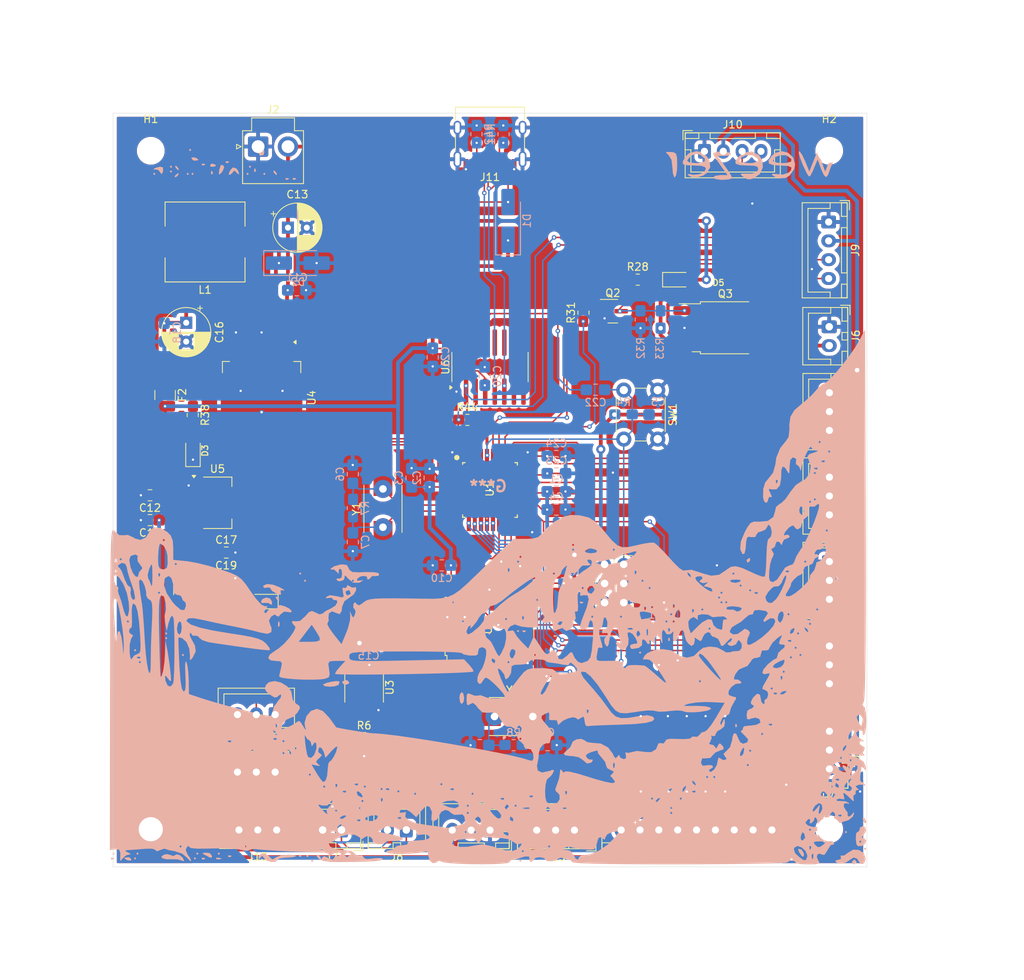
<source format=kicad_pcb>
(kicad_pcb (version 20241229) (generator "pcbnew") (generator_version "9.0")
  (layers (0 "F.Cu" signal) (2 "B.Cu" signal) (13 "F.Paste" user) (15 "B.Paste" user) (5 "F.SilkS" user "F.Silkscreen") (7 "B.SilkS" user "B.Silkscreen") (1 "F.Mask" user) (3 "B.Mask" user) (25 "Edge.Cuts" user))
  (net 0 "")
  (net 1 "GND")
  (net 2 "+5V")
  (net 3 "RST")
  (net 4 "XTAL1")
  (net 5 "XTAL2")
  (net 6 "Net-(U2-OSC2)")
  (net 7 "Net-(U2-OSC1)")
  (net 8 "+12V")
  (net 9 "Net-(U4-FB)")
  (net 10 "Net-(U5-VO)")
  (net 11 "DTR")
  (net 12 "Net-(D1-A)")
  (net 13 "Net-(D2-K)")
  (net 14 "Net-(D3-A)")
  (net 15 "Net-(D4-A)")
  (net 16 "Net-(D5-K)")
  (net 17 "+3V3")
  (net 18 "Net-(J1-SCK)")
  (net 19 "Net-(J1-MOSI)")
  (net 20 "Net-(J1-MISO)")
  (net 21 "APPS_5V")
  (net 22 "APPS_3V3")
  (net 23 "BRAKE_5V")
  (net 24 "BRAKE SIGNAL")
  (net 25 "CAN-")
  (net 26 "CAN+")
  (net 27 "/PD4")
  (net 28 "/PD5")
  (net 29 "/PD6")
  (net 30 "/ADC6")
  (net 31 "/ADC7")
  (net 32 "Net-(Q2-C)")
  (net 33 "Net-(Q2-B)")
  (net 34 "MOSI")
  (net 35 "MISO")
  (net 36 "SCK")
  (net 37 "Net-(U2-~{RESET})")
  (net 38 "BRAKE_OUT")
  (net 39 "/PD2")
  (net 40 "Net-(J11-CC1)")
  (net 41 "Net-(J11-CC2)")
  (net 42 "Net-(U6-RXD)")
  (net 43 "TXD")
  (net 44 "RXD")
  (net 45 "DC{slash}RS")
  (net 46 "CS_CAN")
  (net 47 "SDA")
  (net 48 "CS_SCREEN")
  (net 49 "RESET_SCREEN")
  (net 50 "SCL")
  (net 51 "Net-(U2-RXCAN)")
  (net 55 "Net-(U2-TXCAN)")
  (net 57 "/PD3")
  (net 64 "D-")
  (net 65 "D+")
  (footprint "RMC_Capacitor:C_0805_2012Metric_Pad1.18x1.45mm_HandSolder_L" (layer "F.Cu") (at 104.9 100.7 180)
    (property "Reference" "C12")
    (property "Value" "100nF")
  )
  (footprint "Connector_JST:JST_XH_B2B-XH-A_1x02_P2.50mm_Vertical" (layer "F.Cu") (at 138.9 145.1 180)
    (property "Reference" "J8")
    (property "Value" "Conn_01x02")
  )
  (footprint "RMC_Crystal:Crystal_HC49-U_Vertical_W_SMD" (layer "F.Cu") (at 135.8 104.94 90)
    (property "Reference" "Y1")
    (property "Value" "16MHz")
  )
  (footprint "Fuse:Fuse_1210_3225Metric_Pad1.42x2.65mm_HandSolder" (layer "F.Cu") (at 106.9 87.4 -90)
    (property "Reference" "F2")
    (property "Value" "Fuse")
  )
  (footprint "RMC_Capacitor:C_0805_2012Metric_Pad1.18x1.45mm_HandSolder_L" (layer "F.Cu") (at 104.9 104 180)
    (property "Reference" "C14")
    (property "Value" "10uF")
  )
  (footprint "RMC_LED:LED_0805_2012Metric_Pad1.45x1.40mm_HandSolder" (layer "F.Cu") (at 119.8 114.8 180)
    (property "Reference" "D4")
    (property "Value" "LED")
  )
  (footprint "RMC_Inductor:L_10.4x10.4_H4.8" (layer "F.Cu") (at 112.2 67.1 180)
    (property "Reference" "L1")
    (property "Value" "330uH")
  )
  (footprint "RMC_QFP:TQFP-32_7x7mm_P0.8mm_L" (layer "F.Cu") (at 150 100)
    (property "Reference" "U1")
    (property "Value" "ATmega328P-A")
  )
  (footprint "RMC_Resistor:R_0805_2012Metric_Pad1.20x1.40mm_HandSolder_L" (layer "F.Cu") (at 169.6 72.1 180)
    (property "Reference" "R28")
    (property "Value" "1k")
  )
  (footprint "Capacitor_THT:CP_Radial_D6.3mm_P2.50mm" (layer "F.Cu") (at 109.7 77.817621 -90)
    (property "Reference" "C16")
    (property "Value" "330uF")
  )
  (footprint "RMC_Crystal:Crystal_HC49-U_Vertical_W_SMD" (layer "F.Cu") (at 150.6 130.05)
    (property "Reference" "Y2")
    (property "Value" "16MHz")
  )
  (footprint "Connector_JST:JST_XH_B4B-XH-A_1x04_P2.50mm_Vertical" (layer "F.Cu") (at 178.45 55.075)
    (property "Reference" "J10")
    (property "Value" "Conn_01x04")
  )
  (footprint "RMC_Capacitor:C_0805_2012Metric_Pad1.18x1.45mm_HandSolder_L" (layer "F.Cu") (at 115 111.7)
    (property "Reference" "C19")
    (property "Value" "100nF")
  )
  (footprint "Connector_JST:JST_VH_B2P-VH-B_1x02_P3.96mm_Vertical" (layer "F.Cu") (at 119.2425 54.45)
    (property "Reference" "J2")
    (property "Value" "Conn_01x02")
  )
  (footprint "Connector_JST:JST_XH_B3B-XH-A_1x03_P2.50mm_Vertical" (layer "F.Cu") (at 195.025 87.1 -90)
    (property "Reference" "J5")
    (property "Value" "Conn_01x03")
  )
  (footprint "Connector_JST:JST_XH_B2B-XH-A_1x02_P2.50mm_Vertical" (layer "F.Cu") (at 130.3 145.1 180)
    (property "Reference" "J7")
    (property "Value" "Conn_01x02")
  )
  (footprint "RMC_Resistor:R_0805_2012Metric_Pad1.20x1.40mm_HandSolder_L" (layer "F.Cu") (at 162.4 76.48 90)
    (property "Reference" "R31")
    (property "Value" "1k")
  )
  (footprint "RMC_LED:LED_0805_2012Metric_Pad1.45x1.40mm_HandSolder" (layer "F.Cu") (at 110.6 94.8 90)
    (property "Reference" "D3")
    (property "Value" "LED")
  )
  (footprint "Connector_JST:JST_XH_B3B-XH-A_1x03_P2.50mm_Vertical" (layer "F.Cu") (at 121.5 137.425 180)
    (property "Reference" "J19")
    (property "Value" "Conn_01x03")
  )
  (footprint "RMC_Capacitor:C_0805_2012Metric_Pad1.18x1.45mm_HandSolder_L" (layer "F.Cu") (at 115.0156 108.3)
    (property "Reference" "C17")
    (property "Value" "22uF")
  )
  (footprint "to be sorted:PinHeader_2x03_P2.54mm_Vertical" (layer "F.Cu") (at 167.74 114.94 180)
    (property "Reference" "J1")
    (property "Value" "AVR-ISP-6")
  )
  (footprint "Connector_JST:JST_XH_B2B-XH-A_1x02_P2.50mm_Vertical" (layer "F.Cu") (at 195 78.35 -90)
    (property "Reference" "J6")
    (property "Value" "Conn_01x02")
  )
  (footprint "RMC_Resistor:R_0805_2012Metric_Pad1.20x1.40mm_HandSolder_L" (layer "F.Cu") (at 133.3 132.9)
    (property "Reference" "R6")
    (property "Value" "120R")
  )
  (footprint "RMC_SOT:SOT-23" (layer "F.Cu") (at 166.3 76.28)
    (property "Reference" "Q2")
    (property "Value" "MMBT3904")
  )
  (footprint "Connector_JST:JST_XH_B3B-XH-A_1x03_P2.50mm_Vertical" (layer "F.Cu") (at 161.2 145.125 180)
    (property "Reference" "J15")
    (property "Value" "Conn_01x03")
  )
  (footprint "Connector_JST:JST_XH_B3B-XH-A_1x03_P2.50mm_Vertical" (layer "F.Cu") (at 121.5 129.8 180)
    (property "Reference" "J18")
    (property "Value" "Conn_01x03")
  )
  (footprint "Connector_JST:JST_XH_B3B-XH-A_1x03_P2.50mm_Vertical" (layer "F.Cu") (at 195.025 120.7 -90)
    (property "Reference" "J17")
    (property "Value" "Conn_01x03")
  )
  (footprint "Connector_JST:JST_XH_B3B-XH-A_1x03_P2.50mm_Vertical" (layer "F.Cu") (at 195.025 98.3 -90)
    (property "Reference" "J4")
    (property "Value" "Conn_01x03")
  )
  (footprint "MountingHole:MountingHole_3.2mm_M3" (layer "F.Cu") (at 195 55)
    (property "Reference" "H2")
    (property "Value" "MountingHole")
  )
  (footprint "RMC_SO:SOIC-18W_7.5x11.6mm_P1.27mm_L" (layer "F.Cu") (at 149.9275 118.1 90)
    (property "Reference" "U2")
    (property "Value" "MCP2515-xSO")
  )
  (footprint "RMC_Resistor:R_0805_2012Metric_Pad1.20x1.40mm_HandSolder_L" (layer "F.Cu") (at 114.9475 114.8225)
    (property "Reference" "R39")
    (property "Value" "120R")
  )
  (footprint "RMC_TO:TO-252-2" (layer "F.Cu") (at 181.22 78.48)
    (property "Reference" "Q3")
    (property "Value" "TO-252 PMOS")
  )
  (footprint "RMC_SO:SOIC-8_3.9x4.9mm_P1.27mm_RMC_Handsolder" (layer "F.Cu") (at 133.3 126.2 -90)
    (property "Reference" "U3")
    (property "Value" "TJA1051T")
  )
  (footprint "Fuse:Fuse_1210_3225Metric_Pad1.42x2.65mm_HandSolder" (layer "F.Cu") (at 109.4 113.3 -90)
    (property "Reference" "F3")
    (property "Value" "Fuse")
  )
  (footprint "RMC_SO:SOIC-16_3.9x9.9mm_P1.27mm_Handsolder" (layer "F.Cu") (at 150 83.7 90)
    (property "Reference" "U6")
    (property "Value" "CH340C")
  )
  (footprint "Connector_JST:JST_XH_B3B-XH-A_1x03_P2.50mm_Vertical" (layer "F.Cu") (at 195.025 109.5 -90)
    (property "Reference" "J3")
    (property "Value" "Conn_01x03")
  )
  (footprint "Connector_JST:JST_XH_B3B-XH-A_1x03_P2.50mm_Vertical" (layer "F.Cu") (at 150 145.125 180)
    (property "Reference" "J14")
    (property "Value" "Conn_01x03")
  )
  (footprint "RMC_TO:TO-263-5_TabPin3_Handsolder" (layer "F.Cu") (at 119.7 87.775 -90)
    (property "Reference" "U4")
    (property "Value" "LM2576S-5")
  )
  (footprint "MountingHole:MountingHole_3.2mm_M3" (layer "F.Cu") (at 105 55)
    (property "Reference" "H1")
    (property "Value" "MountingHole")
  )
  (footprint "RMC_Resistor:R_0805_2012Metric_Pad1.20x1.40mm_HandSolder_L" (layer "F.Cu") (at 110.5675 90.0525 -90)
    (property "Reference" "R38")
    (property "Value" "330R")
  )
  (footprint "Connector_JST:JST_XH_B4B-XH-A_1x04_P2.50mm_Vertical" (layer "F.Cu") (at 194.925 64.45 -90)
    (property "Reference" "J9")
    (property "Value" "Conn_01x04")
  )
  (footprint "MountingHole:MountingHole_3.2mm_M3" (layer "F.Cu") (at 105 145)
    (property "Reference" "H3")
    (property "Value" "MountingHole")
  )
  (footprint "MountingHole:MountingHole_3.2mm_M3" (layer "F.Cu") (at 195 145)
    (property "Reference" "H4")
    (property "Value" "MountingHole")
  )
  (footprint "Connector_JST:JST_XH_B9B-XH-A_1x09_P2.50mm_Vertical" (layer "F.Cu") (at 187.4 145.1 180)
    (property "Reference" "J12")
    (property "Value" "Conn_01x09")
  )
  (footprint "RMC_SOT:SOT-223-3_TabPin2_Handsolder" (layer "F.Cu") (at 113.85 101.7)
    (property "Reference" "U5")
    (property "Value" "AMS1117-3.3")
  )
  (footprint "Connector_JST:JST_XH_B3B-XH-A_1x03_P2.50mm_Vertical" (layer "F.Cu") (at 121.7 145.1 180)
    (property "Reference" "J13")
    (property "Value" "Conn_01x03")
  )
  (footprint "RMC_LED:LED_0805_2012Metric_Pad1.45x1.40mm_HandSolder" (layer "F.Cu") (at 175 72.1)
    (property "Reference" "D5")
    (property "Value" "LED")
  )
  (footprint "Button_Switch_THT:SW_PUSH_6mm_H5mm" (layer "F.Cu") (at 172.25 86.75 -90)
    (property "Reference" "SW1")
    (property "Value" "SW_Push")
  )
  (footprint "Connector_JST:JST_XH_B3B-XH-A_1x03_P2.50mm_Vertical" (layer "F.Cu") (at 195.025 132 -90)
    (property "Reference" "J16")
    (property "Value" "Conn_01x03")
  )
  (footprint "RMC_Connnector:USB_C_Receptacle_G-Switch_GT-USB-7010ASV_Handsolder" (layer "F.Cu") (at 150 53 180)
    (property "Reference" "J11")
    (property "Value" "USB_C_Receptacle_USB2.0_14P")
  )
  (footprint "RMC_Resistor:R_0805_2012Metric_Pad1.20x1.40mm_HandSolder_L" (layer "F.Cu") (at 147 90.7)
    (property "Reference" "R44")
    (property "Value" "499R")
  )
  (footprint "Capacitor_THT:CP_Radial_D6.3mm_P2.50mm" (layer "F.Cu") (at 123.2 65.2)
    (property "Reference" "C13")
    (property "Value" "100uF")
  )
  (footprint "RMC_Resistor:R_0805_2012Metric_Pad1.20x1.40mm_HandSolder_L" (layer "B.Cu") (at 171.94 112.4)
    (property "Reference" "R3")
    (property "Value" "330R")
  )
  (footprint "RMC_Capacitor:C_0805_2012Metric_Pad1.18x1.45mm_HandSolder_L" (layer "B.Cu") (at 106.8 79.1 90)
    (property "Reference" "C18")
    (property "Value" "100nF")
  )
  (footprint "RMC_Capacitor:C_0805_2012Metric_Pad1.18x1.45mm_HandSolder_L" (layer "B.Cu") (at 148.64 133.85)
    (property "Reference" "C8")
    (property "Value" "22pF")
  )
  (footprint "RMC_Capacitor:C_0805_2012Metric_Pad1.18x1.45mm_HandSolder_L" (layer "B.Cu") (at 158.8156 97.8 180)
    (property "Reference" "C23")
    (property "Value" "100nF")
  )
  (footprint "RMC_Capacitor:C_0805_2012Metric_Pad1.18x1.45mm_HandSolder_L" (layer "B.Cu") (at 157.64 133.85 180)
    (property "Reference" "C9")
    (property "Value" "22pF")
  )
  (footprint "RMC_Resistor:R_0805_2012Metric_Pad1.20x1.40mm_HandSolder_L" (layer "B.Cu") (at 145.5 116.9 180)
    (property "Reference" "R5")
    (property "Value" "10k")
  )
  (footprint "Diode_SMD:D_SMA_Handsoldering" (layer "B.Cu") (at 124.5 69.9)
    (property "Reference" "D2")
    (property "Value" "SMA Diode")
  )
  (footprint "RMC_Resistor:R_0805_2012Metric_Pad1.20x1.40mm_HandSolder_L" (layer "B.Cu") (at 172.6 77.38 90)
    (property "Reference" "R33")
    (property "Value" "1k")
  )
  (footprint "RMC_Capacitor:C_0805_2012Metric_Pad1.18x1.45mm_HandSolder_L" (layer "B.Cu") (at 124.382379 73.5 180)
    (property "Reference" "C11")
    (property "Value" "100nF")
  )
  (footprint "RMC_Capacitor:C_0805_2012Metric_Pad1.18x1.45mm_HandSolder_L" (layer "B.Cu") (at 131.8 97.9 -90)
    (property "Reference" "C6")
    (property "Value" "22pF")
  )
  (footprint "RMC_Capacitor:C_0805_2012Metric_Pad1.18x1.45mm_HandSolder_L" (layer "B.Cu") (at 141.9931 98.3844 -90)
    (property "Reference" "C2")
    (property "Value" "10uF")
  )
  (footprint "RMC_Resistor:R_0805_2012Metric_Pad1.20x1.40mm_HandSolder_L" (layer "B.Cu") (at 171.94 114.9)
    (property "Reference" "R1")
    (property "Value" "330R")
  )
  (footprint "RMC_Capacitor:C_0805_2012Metric_Pad1.18x1.45mm_HandSolder_L" (layer "B.Cu") (at 142.4 82.4 90)
    (property "Reference" "C21")
    (property "Value" "100nF")
  )
  (footprint "RMC_Capacitor:C_0805_2012Metric_Pad1.18x1.45mm_HandSolder_L" (layer "B.Cu") (at 133.9 120.3)
    (property "Reference" "C15")
    (property "Value" "100nF")
  )
  (footprint "RMC_Resistor:R_0805_2012Metric_Pad1.20x1.40mm_HandSolder_L" (layer "B.Cu") (at 160.94 112.4 180)
    (property "Reference" "R2")
    (property "Value" "330R")
  )
  (footprint "RMC_Capacitor:C_0805_2012Metric_Pad1.18x1.45mm_HandSolder_L" (layer "B.Cu") (at 164 86.7)
    (property "Reference" "C22")
    (property "Value" "100nF")
  )
  (footprint "RMC_Resistor:R_0805_2012Metric_Pad1.20x1.40mm_HandSolder_L" (layer "B.Cu") (at 170 77.38 -90)
    (property "Reference" "R32")
    (property "Value" "100k")
  )
  (footprint "RMC_Capacitor:C_0805_2012Metric_Pad1.18x1.45mm_HandSolder_L" (layer "B.Cu") (at 172.3156 90 180)
    (property "Reference" "C5")
    (property "Value" "10uF")
  )
  (footprint "RMC_Capacitor:C_0805_2012Metric_Pad1.18x1.45mm_HandSolder_L" (layer "B.Cu") (at 139.6 98.3844 -90)
    (property "Reference" "C3")
    (property "Value" "100nF")
  )
  (footprint "RMC_Resistor:R_0805_2012Metric_Pad1.20x1.40mm_HandSolder_L" (layer "B.Cu") (at 131.8 102.4 90)
    (property "Reference" "R7")
    (property "Value" "10M")
  )
  (footprint "LOGO" (layer "B.Cu") (at 149.75 99.5 180)
    (property "Reference" "G***")
    (property "Value" "LOGO" (hide yes))
  )
  (footprint "RMC_Capacitor:C_0805_2012Metric_Pad1.18x1.45mm_HandSolder_L" (layer "B.Cu") (at 158.8 102.6 180)
    (property "Reference" "C4")
    (property "Value" "100nF")
  )
  (footprint "Diode_SMD:D_SMA_Handsoldering" (layer "B.Cu") (at 152.4 64.3 90)
    (property "Reference" "D1")
    (property "Value" "D")
  )
  (footprint "RMC_Capacitor:C_0805_2012Metric_Pad1.18x1.45mm_HandSolder_L" (layer "B.Cu") (at 158.8 95.5 180)
    (property "Reference" "C24")
    (property "Value" "100nF")
  )
  (footprint "RMC_Capacitor:C_0805_2012Metric_Pad1.18x1.45mm_HandSolder_L" (layer "B.Cu") (at 143.6 110)
    (property "Reference" "C10")
    (property "Value" "100nF")
  )
  (footprint "RMC_Capacitor:C_0805_2012Metric_Pad1.18x1.45mm_HandSolder_L" (layer "B.Cu") (at 149.3 84.9 90)
    (property "Reference" "C20")
    (property "Value" "100nF")
  )
  (footprint "RMC_Capacitor:C_0805_2012Metric_Pad1.18x1.45mm_HandSolder_L" (layer "B.Cu") (at 158.8 100.2 180)
    (property "Reference" "C1")
    (property "Value" "100nF")
  )
  (footprint "RMC_Resistor:R_0805_2012Metric_Pad1.20x1.40mm_HandSolder_L" (layer "B.Cu") (at 167.7156 90 180)
    (property "Reference" "R4")
    (property "Value" "4.7k")
  )
  (footprint "RMC_Resistor:R_0805_2012Metric_Pad1.20x1.40mm_HandSolder_L" (layer "B.Cu") (at 151.8 52.8 -90)
    (property "Reference" "R41")
    (property "Value" "5k1")
  )
  (footprint "RMC_Resistor:R_0805_2012Metric_Pad1.20x1.40mm_HandSolder_L" (layer "B.Cu") (at 153.14 133.85 180)
    (property "Reference" "R8")
    (property "Value" "10M")
  )
  (footprint "RMC_Resistor:R_0805_2012Metric_Pad1.20x1.40mm_HandSolder_L" (layer "B.Cu") (at 148.2 52.8 90)
    (property "Reference" "R42")
    (property "Value" "5k1")
  )
  (footprint "RMC_Capacitor:C_0805_2012Metric_Pad1.18x1.45mm_HandSolder_L" (layer "B.Cu") (at 131.8 106.9 90)
    (property "Reference" "C7")
    (property "Value" "22pF")
  )
  (gr_rect (start 100 50) (end 200 150) (stroke (width 0.05)) (fill no) (layer "Edge.Cuts"))
  (segment (start 150 99.3) (end 150 100) (width 0.2) (layer "F.Cu") (net 1))
  (segment (start 145.55 100.4) (end 149.6 100.4) (width 0.2) (layer "F.Cu") (net 1))
  (segment (start 145.55 98.8) (end 149.5 98.8) (width 0.2) (layer "F.Cu") (net 1))
  (segment (start 154.45 99.6) (end 150.4 99.6) (width 0.2) (layer "F.Cu") (net 1))
  (segment (start 149.5 98.8) (end 150 99.3) (width 0.2) (layer "F.Cu") (net 1))
  (segment (start 133.935 123.2) (end 134 123.2) (width 0.5) (layer "F.Cu") (net 1))
  (segment (start 149.6 100.4) (end 150 100) (width 0.2) (layer "F.Cu") (net 1))
  (segment (start 150.4 99.6) (end 150 100) (width 0.2) (layer "F.Cu") (net 1))
  (via (at 131.7931 96.6844) (size 0.6) (drill 0.3) (layers "F.Cu" "B.Cu") (net 1))
  (via (at 154 110.1) (size 0.6) (drill 0.3) (layers "F.Cu" "B.Cu") (net 1))
  (via (at 155.005 122.975) (size 0.6) (drill 0.3) (layers "F.Cu" "B.Cu") (net 1))
  (via (at 176.1 140) (size 0.6) (drill 0.3) (layers "F.Cu" "B.Cu") (net 1))
  (via (at 173.7 140) (size 0.6) (drill 0.3) (layers "F.Cu" "B.Cu") (net 1))
  (via (at 170 130) (size 0.6) (drill 0.3) (layers "F.Cu" "B.Cu") (net 1))
  (via (at 178.6 130) (size 0.6) (drill 0.3) (layers "F.Cu" "B.Cu") (net 1))
  (via (at 166.3 97.7) (size 0.6) (drill 0.3) (layers "F.Cu" "B.Cu") (net 1))
  (via (at 142.4 83.6) (size 0.6) (drill 0.3) (layers "F.Cu" "B.Cu") (net 1))
  (via (at 192.7 70.7) (size 0.6) (drill 0.3) (layers "F.Cu" "B.Cu") (net 1))
  (via (at 176.1 130) (size 0.6) (drill 0.3) (layers "F.Cu" "B.Cu") (net 1))
  (via (at 122.475 86.85) (size 0.6) (drill 0.3) (layers "F.Cu" "B.Cu") (net 1))
  (via (at 139.6 97.1) (size 0.6) (drill 0.3) (layers "F.Cu" "B.Cu") (net 1))
  (via (at 146.8 57.4525) (size 0.6) (drill 0.3) (layers "F.Cu" "B.Cu") (net 1))
  (via (at 119.7 79.1) (size 0.6) (drill 0.3) (layers "F.Cu" "B.Cu") (net 1))
  (via (at 184.8 62) (size 0.6) (drill 0.3) (layers "F.Cu" "B.Cu") (net 1))
  (via (at 189.3 139.1) (size 0.6) (drill 0.3) (layers "F.Cu" "B.Cu") (net 1))
  (via (at 110.025 99.4) (size 0.6) (drill 0.3) (layers "F.Cu" "B.Cu") (net 1))
  (via (at 116.2156 111.7) (size 0.6) (drill 0.3) (layers "F.Cu" "B.Cu") (net 1))
  (via (at 148.2325 51.6475) (size 0.6) (drill 0.3) (layers "F.Cu" "B.Cu") (net 1))
  (via (at 134 123.2) (size 0.6) (drill 0.3) (layers "F.Cu" "B.Cu") (net 1))
  (via (at 160.0156 100.1931) (size 0.6) (drill 0.3) (layers "F.Cu" "B.Cu") (net 1))
  (via (at 169.9675 78.5325) (size 0.6) (drill 0.3) (layers "F.Cu" "B.Cu") (net 1))
  (via (at 125.597979 73.4931) (size 0.6) (drill 0.3) (layers "F.Cu" "B.Cu") (net 1))
  (via (at 147.4244 133.8569) (size 0.6) (drill 0.3) (layers "F.Cu" "B.Cu") (net 1))
  (via (at 178.6 140) (size 0.6) (drill 0.3) (layers "F.Cu" "B.Cu") (net 1))
  (via (at 133.3 135.3) (size 0.6) (drill 0.3) (layers "F.Cu" "B.Cu") (net 1))
  (via (at 116.3 79.1) (size 0.6) (drill 0.3) (layers "F.Cu" "B.Cu") (net 1))
  (via (at 170 140) (size 0.6) (drill 0.3) (layers "F.Cu" "B.Cu") (net 1))
  (via (at 175.8 78.5) (size 0.6) (drill 0.3) (layers "F.Cu" "B.Cu") (net 1))
  (via (at 145.555 86.95) (size 0.6) (drill 0.3) (layers "F.Cu" "B.Cu") (net 1))
  (via (at 119.7 89.675) (size 0.6) (drill 0.3) (layers "F.Cu" "B.Cu") (net 1))
  (via (at 181.2 130) (size 0.6) (drill 0.3) (layers "F.Cu" "B.Cu") (net 1))
  (via (at 199.1 140) (size 0.6) (drill 0.3) (layers "F.Cu" "B.Cu") (net 1))
  (via (at 119.7 89.675) (size 0.6) (drill 0.3) (layers "F.Cu" "B.Cu") (net 1))
  (via (at 142.4 110) (size 0.6) (drill 0.3) (layers "F.Cu" "B.Cu") (net 1))
  (via (at 103.6844 104) (size 0.6) (drill 0.3) (layers "F.Cu" "B.Cu") (net 1))
  (via (at 129.1 142) (size 0.6) (drill 0.3) (layers "F.Cu" "B.Cu") (net 1))
  (via (at 145 95) (size 0.6) (drill 0.3) (layers "F.Cu" "B.Cu") (net 1))
  (via (at 165.2 77.23) (size 0.6) (drill 0.3) (layers "F.Cu" "B.Cu") (net 1))
  (via (at 135.205 129.2) (size 0.6) (drill 0.3) (layers "F.Cu" "B.Cu") (net 1))
  (via (at 155 95) (size 0.6) (drill 0.3) (layers "F.Cu" "B.Cu") (net 1))
  (via (at 180.1 110) (size 0.6) (drill 0.3) (layers "F.Cu" "B.Cu") (net 1))
  (via (at 158.8556 133.8431) (size 0.6) (drill 0.3) (layers "F.Cu" "B.Cu") (net 1))
  (via (at 153.2 57.4525) (size 0.6) (drill 0.3) (layers "F.Cu" "B.Cu") (net 1))
  (via (at 131.8069 108.1156) (size 0.6) (drill 0.3) (layers "F.Cu" "B.Cu") (net 1))
  (via (at 155.6 105.6) (size 0.6) (drill 0.3) (layers "F.Cu" "B.Cu") (net 1))
  (via (at 142 97.2) (size 0.6) (drill 0.3) (layers "F.Cu" "B.Cu") (net 1))
  (via (at 151.7675 51.6475) (size 0.6) (drill 0.3) (layers "F.Cu" "B.Cu") (net 1))
  (via (at 119.7 89.675) (size 0.6) (drill 0.3) (layers "F.Cu" "B.Cu") (net 1))
  (via (at 116.925 86.85) (size 0.6) (drill 0.3) (layers "F.Cu" "B.Cu") (net 1))
  (via (at 181.2 140) (size 0.6) (drill 0.3) (layers "F.Cu" "B.Cu") (net 1))
  (via (at 160.0156 102.5931) (size 0.6) (drill 0.3) (layers "F.Cu" "B.Cu") (net 1))
  (via (at 150 100) (size 0.6) (drill 0.3) (layers "F.Cu" "B.Cu") (net 1))
  (via (at 110.6 95.975) (size 0.6) (drill 0.3) (layers "F.Cu" "B.Cu") (net 1))
  (via (at 103.6844 100.7) (size 0.6) (drill 0.3) (layers "F.Cu" "B.Cu") (net 1))
  (via (at 173.6 130) (size 0.6) (drill 0.3) (layers "F.Cu" "B.Cu") (net 1))
  (via (at 149.3 83.7) (size 0.6) (drill 0.3) (layers "F.Cu" "B.Cu") (net 1))
  (via (at 190 149) (size 0.6) (drill 0.3) (layers "F.Cu" "B.Cu") (net 1))
  (via (at 116.2312 108.3) (size 0.6) (drill 0.3) (layers "F.Cu" "B.Cu") (net 1))
  (via (at 127 69.9) (size 0.6) (drill 0.3) (layers "F.Cu" "B.Cu") (net 1))
  (via (at 160.0156 95.4931) (size 0.6) (drill 0.3) (layers "F.Cu" "B.Cu") (net 1))
  (segment (start 141.9862 97.1688) (end 141.9862 97.1862) (width 0.2) (layer "B.Cu") (net 1))
  (segment (start 142.3844 110.0069) (end 142.3931 110.0069) (width 0.5) (layer "B.Cu") (net 1))
  (segment (start 139.5931 97.1688) (end 139.5931 97.1069) (width 0.2) (layer "B.Cu") (net 1))
  (segment (start 141.9862 97.1862) (end 142 97.2) (width 0.2) (layer "B.Cu") (net 1))
  (segment (start 142.4069 83.6069) (end 142.4 83.6) (width 0.5) (layer "B.Cu") (net 1))
  (segment (start 142.4069 83.6156) (end 142.4069 83.6069) (width 0.5) (layer "B.Cu") (net 1))
  (segment (start 149.3 83.6844) (end 149.3 83.7) (width 0.2) (layer "B.Cu") (net 1))
  (segment (start 142.3931 110.0069) (end 142.4 110) (width 0.5) (layer "B.Cu") (net 1))
  (segment (start 139.5931 97.1069) (end 139.6 97.1) (width 0.2) (layer "B.Cu") (net 1))
  (segment (start 106.1156 100.7069) (end 106.1156 104.0069) (width 0.5) (layer "F.Cu") (net 2))
  (segment (start 106.9 88.8875) (end 110.5875 88.8875) (width 0.2) (layer "F.Cu") (net 2))
  (segment (start 164.7 94.6) (end 164.7 91.8) (width 0.5) (layer "F.Cu") (net 2))
  (segment (start 149.365 86.1737) (end 149.3069 86.1156) (width 0.2) (layer "F.Cu") (net 2))
  (segment (start 183.6 85.6) (end 185.1 84.1) (width 0.5) (layer "F.Cu") (net 2))
  (segment (start 132.665 123.725) (end 132.665 120.3263) (width 0.5) (layer "F.Cu") (net 2))
  (segment (start 152.4 69.1) (end 151.2 70.3) (width 0.5) (layer "F.Cu") (net 2))
  (segment (start 143.4 70.3) (end 142.4 71.3) (width 0.5) (layer "F.Cu") (net 2))
  (segment (start 161.2 113.6) (end 161.2 108.7) (width 0.5) (layer "F.Cu") (net 2))
  (segment (start 110.5875 88.8875) (end 110.6 88.9) (width 0.2) (layer "F.Cu") (net 2))
  (segment (start 149.365 86.175) (end 149.365 86.1737) (width 0.2) (layer "F.Cu") (net 2))
  (segment (start 145.555 81.225) (end 142.4406 81.225) (width 0.2) (layer "F.Cu") (net 2))
  (segment (start 106.9 94.7) (end 106.1156 95.4844) (width 0.5) (layer "F.Cu") (net 2))
  (segment (start 110.6931 104.0069) (end 110.7 104) (width 0.5) (layer "F.Cu") (net 2))
  (segment (start 146.3 84.2) (end 148.4 84.2) (width 0.2) (layer "F.Cu") (net 2))
  (segment (start 106.1156 104.0069) (end 110.6931 104.0069) (width 0.5) (layer "F.Cu") (net 2))
  (segment (start 144.8475 113.225) (end 144.8475 110.0319) (width 0.2) (layer "F.Cu") (net 2))
  (segment (start 142.4 71.3) (end 142.4 81.1844) (width 0.5) (layer "F.Cu") (net 2))
  (segment (start 144.8475 116.3675) (end 144.3475 116.8675) (width 0.2) (layer "F.Cu") (net 2))
  (segment (start 164.7 91.8) (end 166.5 90) (width 0.5) (layer "F.Cu") (net 2))
  (segment (start 162.54 114.94) (end 162 114.4) (width 0.5) (layer "F.Cu") (net 2))
  (segment (start 145.55 99.6) (end 141.9931 99.6) (width 0.2) (layer "F.Cu") (net 2))
  (segment (start 106.1156 95.4844) (end 106.1156 100.7069) (width 0.5) (layer "F.Cu") (net 2))
  (segment (start 162 114.4) (end 161.2 113.6) (width 0.5) (layer "F.Cu") (net 2))
  (segment (start 145.555 80.45) (end 145.555 83.455) (width 0.2) (layer "F.Cu") (net 2))
  (segment (start 183.6 88.7) (end 183.6 85.6) (width 0.5) (layer "F.Cu") (net 2))
  (segment (start 157.3969 100.3875) (end 157.5844 100.2) (width 0.2) (layer "F.Cu") (net 2))
  (segment (start 144.8475 113.225) (end 144.8475 116.3675) (width 0.2) (layer "F.Cu") (net 2))
  (segment (start 156.9 102.6) (end 157.5844 102.6) (width 0.2) (layer "F.Cu") (net 2))
  (segment (start 144.8475 110.0319) (end 144.8156 110) (width 0.2) (layer "F.Cu") (net 2))
  (segment (start 148.4 84.2) (end 149.3069 85.1069) (width 0.2) (layer "F.Cu") (net 2))
  (segment (start 142.4406 81.225) (end 142.4 81.1844) (width 0.2) (layer "F.Cu") (net 2))
  (segment (start 182.3 90) (end 183.6 88.7) (width 0.5) (layer "F.Cu") (net 2))
  (segment (start 185.1 84.1) (end 198.7 84.1) (width 0.5) (layer "F.Cu") (net 2))
  (segment (start 145.555 83.455) (end 146.3 84.2) (width 0.2) (layer "F.Cu") (net 2))
  (segment (start 154.45 100.3875) (end 157.3969 100.3875) (width 0.2) (layer "F.Cu") (net 2))
  (segment (start 165.2 114.94) (end 162.54 114.94) (width 0.5) (layer "F.Cu") (net 2))
  (segment (start 132.665 120.3263) (end 132.6844 120.3069) (width 0.5) (layer "F.Cu") (net 2))
  (segment (start 152.4 66.9) (end 152.4 69.1) (width 0.5) (layer "F.Cu") (net 2))
  (segment (start 149.3069 85.1069) (end 149.3069 86.1156) (width 0.2) (layer "F.Cu") (net 2))
  (segment (start 161.2 108.7) (end 161.2 108.6) (width 0.5) (layer "F.Cu") (net 2))
  (segment (start 106.9 88.8875) (end 106.9 94.7) (width 0.5) (layer "F.Cu") (net 2))
  (segment (start 151.2 70.3) (end 143.4 70.3) (width 0.5) (layer "F.Cu") (net 2))
  (segment (start 156.3 102) (end 156.9 102.6) (width 0.2) (layer "F.Cu") (net 2))
  (segment (start 166.5 90) (end 182.3 90) (width 0.5) (layer "F.Cu") (net 2))
  (segment (start 154.45 102) (end 156.3 102) (width 0.2) (layer "F.Cu") (net 2))
  (via (at 149.3069 86.1156) (size 0.6) (drill 0.3) (layers "F.Cu" "B.Cu") (net 2))
  (via (at 157.5844 100.2) (size 0.6) (drill 0.3) (layers "F.Cu" "B.Cu") (net 2))
  (via (at 132.6844 120.3069) (size 1.2) (drill 0.6) (layers "F.Cu" "B.Cu") (net 2))
  (via (at 144.8156 110) (size 0.6) (drill 0.3) (layers "F.Cu" "B.Cu") (net 2))
  (via (at 161.2 108.6) (size 1.2) (drill 0.6) (layers "F.Cu" "B.Cu") (net 2))
  (via (at 144.3475 116.8675) (size 0.6) (drill 0.3) (layers "F.Cu" "B.Cu") (net 2))
  (via (at 166.5 90) (size 1.2) (drill 0.6) (layers "F.Cu" "B.Cu") (net 2))
  (via (at 106.9 88.8875) (size 0.6) (drill 0.3) (layers "F.Cu" "B.Cu") (net 2))
  (via (at 198.7 84.1) (size 1.2) (drill 0.6) (layers "F.Cu" "B.Cu") (net 2))
  (via (at 152.4 66.9) (size 0.6) (drill 0.3) (layers "F.Cu" "B.Cu") (net 2))
  (via (at 141.9931 99.6) (size 0.6) (drill 0.3) (layers "F.Cu" "B.Cu") (net 2))
  (via (at 106.1156 104.0069) (size 0.6) (drill 0.3) (layers "F.Cu" "B.Cu") (net 2))
  (via (at 164.7 94.6) (size 1.2) (drill 0.6) (layers "F.Cu" "B.Cu") (net 2))
  (via (at 142.4 81.1844) (size 0.6) (drill 0.3) (layers "F.Cu" "B.Cu") (net 2))
  (via (at 157.5844 102.6) (size 0.6) (drill 0.3) (layers "F.Cu" "B.Cu") (net 2))
  (segment (start 108.8 129.8) (end 106.1 127.1) (width 0.5) (layer "B.Cu") (net 2))
  (segment (start 190.2 58.7) (end 190.2 54.3) (width 0.5) (layer "B.Cu") (net 2))
  (segment (start 198.6 137) (end 198.7 136.9) (width 0.5) (layer "B.Cu") (net 2))
  (segment (start 190.2 54.3) (end 188.3 52.4) (width 0.5) (layer "B.Cu") (net 2))
  (segment (start 195.025 114.5) (end 198.7 114.5) (width 0.5) (layer "B.Cu") (net 2))
  (segment (start 116.5 129.8) (end 108.8 129.8) (width 0.5) (layer "B.Cu") (net 2))
  (segment (start 166.5325 89.9675) (end 166.5 90) (width 0.5) (layer "B.Cu") (net 2))
  (segment (start 132.6844 120.3069) (end 132.6844 118.2156) (width 0.5) (layer "B.Cu") (net 2))
  (segment (start 137.8 88.8875) (end 137.8 97.8) (width 0.5) (layer "B.Cu") (net 2))
  (segment (start 187.4 139.3) (end 189.7 137) (width 0.5) (layer "B.Cu") (net 2))
  (segment (start 187.4 147.2) (end 187.4 145.1) (width 0.5) (layer "B.Cu") (net 2))
  (segment (start 137.8 97.8) (end 139.6 99.6) (width 0.5) (layer "B.Cu") (net 2))
  (segment (start 106.9 88.8875) (end 137.8 88.8875) (width 0.5) (layer "B.Cu") (net 2))
  (segment (start 185.8 148.8) (end 187.4 147.2) (width 0.5) (layer "B.Cu") (net 2))
  (segment (start 118.6 148.8) (end 144.3 148.8) (width 0.5) (layer "B.Cu") (net 2))
  (segment (start 116.5 129.8) (end 116.5 137.425) (width 0.5) (layer "B.Cu") (net 2))
  (segment (start 145 148.8) (end 145 145.125) (width 0.5) (layer "B.Cu") (net 2))
  (segment (start 144.3 148.8) (end 156.2 148.8) (width 0.5) (layer "B.Cu") (net 2))
  (segment (start 191.8 60.3) (end 190.2 58.7) (width 0.5) (layer "B.Cu") (net 2))
  (segment (start 198.7 84.1) (end 198.7 68.5) (width 0.5) (layer "B.Cu") (net 2))
  (segment (start 144.8156 107.8156) (end 141.9931 104.9931) (width 0.5) (layer "B.Cu") (net 2))
  (segment (start 132.6844 118.2156) (end 134.0325 116.8675) (width 0.5) (layer "B.Cu") (net 2))
  (segment (start 116.7 145.1) (end 116.7 146.9) (width 0.5) (layer "B.Cu") (net 2))
  (segment (start 182.1 52.4) (end 180.95 53.55) (width 0.5) (layer "B.Cu") (net 2))
  (segment (start 157.5844 100.2) (end 157.5844 102.6) (width 0.5) (layer "B.Cu") (net 2))
  (segment (start 116.7 146.9) (end 118.6 148.8) (width 0.5) (layer "B.Cu") (net 2))
  (segment (start 188.3 52.4) (end 182.1 52.4) (width 0.5) (layer "B.Cu") (net 2))
  (segment (start 195.025 92.1) (end 198.6 92.1) (width 0.5) (layer "B.Cu") (net 2))
  (segment (start 156.2 148.8) (end 185.8 148.8) (width 0.5) (layer "B.Cu") (net 2))
  (segment (start 158.4 107.2) (end 157.5844 106.3844) (width 0.5) (layer "B.Cu") (net 2))
  (segment (start 106.1 104.0225) (end 106.1156 104.0069) (width 0.5) (layer "B.Cu") (net 2))
  (segment (start 157.5844 106.3844) (end 157.5844 102.6) (width 0.5) (layer "B.Cu") (net 2))
  (segment (start 198.7 68.5) (end 198.7 61.7) (width 0.5) (layer "B.Cu") (net 2))
  (segment (start 144.8156 110) (end 144.8156 107.8156) (width 0.5) (layer "B.Cu") (net 2))
  (segment (start 198.7 68.5) (end 198.7 66.95) (width 0.5) (layer "B.Cu") (net 2))
  (segment (start 180.95 53.55) (end 180.95 55.075) (width 0.5) (layer "B.Cu") (net 2))
  (segment (start 198.7 66.95) (end 194.925 66.95) (width 0.5) (layer "B.Cu") (net 2))
  (segment (start 195.025 125.7) (end 198.7 125.7) (width 0.5) (layer "B.Cu") (net 2))
  (segment (start 116.5 137.425) (end 116.5 144.9) (width 0.5) (layer "B.Cu") (net 2))
  (segment (start 139.7156 81.1844) (end 142.4 81.1844) (width 0.5) (layer "B.Cu") (net 2))
  (segment (start 141.9931 99.6) (end 139.6 99.6) (width 0.2) (layer "B.Cu") (net 2))
  (segment (start 195.025 137) (end 198.6 137) (width 0.5) (layer "B.Cu") (net 2))
  (segment (start 198.7 61.7) (end 197.3 60.3) (width 0.5) (layer "B.Cu") (net 2))
  (segment (start 161.2 108.2) (end 160.2 107.2) (width 0.5) (layer "B.Cu") (net 2))
  (segment (start 141.9931 104.9931) (end 141.9931 99.6) (width 0.5) (layer "B.Cu") (net 2))
  (segment (start 161.2 108.6) (end 161.2 108.2) (width 0.5) (layer "B.Cu") (net 2))
  (segment (start 198.7 92.2) (end 198.7 84.1) (width 0.5) (layer "B.Cu") (net 2))
  (segment (start 106.1 127.1) (end 106.1 104.0225) (width 0.5) (layer "B.Cu") (net 2))
  (segment (start 116.5 144.9) (end 116.7 145.1) (width 0.5) (layer "B.Cu") (net 2))
  (segment (start 197.3 60.3) (end 191.8 60.3) (width 0.5) (layer "B.Cu") (net 2))
  (segment (start 161.2 108.6) (end 164.7 105.1) (width 0.5) (layer "B.Cu") (net 2))
  (segment (start 137.8 83.1) (end 139.7156 81.1844) (width 0.5) (layer "B.Cu") (net 2))
  (segment (start 152.4 66.8) (end 152.4 66.9) (width 0.5) (layer "B.Cu") (net 2))
  (segment (start 137.8 88.8875) (end 137.8 83.1) (width 0.5) (layer "B.Cu") (net 2))
  (segment (start 198.7 125.7) (end 198.7 114.5) (width 0.5) (layer "B.Cu") (net 2))
  (segment (start 156.2 145.125) (end 156.2 148.8) (width 0.5) (layer "B.Cu") (net 2))
  (segment (start 134.0325 116.8675) (end 144.3475 116.8675) (width 0.5) (layer "B.Cu") (net 2))
  (segment (start 166.5631 89.9675) (end 166.5325 89.9675) (width 0.5) (layer "B.Cu") (net 2))
  (segment (start 160.2 107.2) (end 158.4 107.2) (width 0.5) (layer "B.Cu") (net 2))
  (segment (start 187.4 145.1) (end 187.4 139.3) (width 0.5) (layer "B.Cu") (net 2))
  (segment (start 164.7 105.1) (end 164.7 94.6) (width 0.5) (layer "B.Cu") (net 2))
  (segment (start 198.7 114.5) (end 198.7 92.2) (width 0.5) (layer "B.Cu") (net 2))
  (segment (start 198.7 136.9) (end 198.7 125.7) (width 0.5) (layer "B.Cu") (net 2))
  (segment (start 144.3 148.8) (end 145 148.8) (width 0.5) (layer "B.Cu") (net 2))
  (segment (start 198.6 92.1) (end 198.7 92.2) (width 0.5) (layer "B.Cu") (net 2))
  (segment (start 189.7 137) (end 195.025 137) (width 0.5) (layer "B.Cu") (net 2))
  (segment (start 149.6 95.55) (end 149.6 95.424998) (width 0.2) (layer "F.Cu") (net 3))
  (segment (start 149.6 95.424998) (end 149.624998 95.4) (width 0.2) (layer "F.Cu") (net 3))
  (via (at 149.624998 95.4) (size 0.6) (drill 0.3) (layers "F.Cu" "B.Cu") (net 3))
  (segment (start 168.8681 89.9675) (end 168.8681 87.8681) (width 0.2) (layer "B.Cu") (net 3))
  (segment (start 171.0675 89.9675) (end 171.1 90) (width 0.2) (layer "B.Cu") (net 3))
  (segment (start 168.8681 89.9675) (end 171.0675 89.9675) (width 0.2) (layer "B.Cu") (net 3))
  (segment (start 167.74 93.26) (end 167.75 93.25) (width 0.2) (layer "B.Cu") (net 3))
  (segment (start 167.74 109.86) (end 167.74 93.26) (width 0.2) (layer "B.Cu") (net 3))
  (segment (start 168.8681 89.9675) (end 168.8681 92.1319) (width 0.2) (layer "B.Cu") (net 3))
  (segment (start 168.8681 92.1319) (end 167.75 93.25) (width 0.2) (layer "B.Cu") (net 3))
  (segment (start 167.7 86.7) (end 167.75 86.75) (width 0.2) (layer "B.Cu") (net 3))
  (segment (start 149.6 93.9) (end 150.25 93.25) (width 0.2) (layer "B.Cu") (net 3))
  (segment (start 168.8681 87.8681) (end 167.75 86.75) (width 0.2) (layer "B.Cu") (net 3))
  (segment (start 165.2156 86.7) (end 167.7 86.7) (width 0.2) (layer "B.Cu") (net 3))
  (segment (start 150.25 93.25) (end 167.75 93.25) (width 0.2) (layer "B.Cu") (net 3))
  (segment (start 149.624998 95.4) (end 149.6 95.375002) (width 0.2) (layer "B.Cu") (net 3))
  (segment (start 149.6 95.375002) (end 149.6 93.9) (width 0.2) (layer "B.Cu") (net 3))
  (segment (start 145.55 102) (end 137.94 102) (width 0.2) (layer "F.Cu") (net 4))
  (segment (start 137.94 102) (end 135.8 99.86) (width 0.2) (layer "F.Cu") (net 4))
  (segment (start 135.8 99.86) (end 132.5444 99.86) (width 0.2) (layer "B.Cu") (net 4))
  (segment (start 132.5444 99.86) (end 131.8 99.1156) (width 0.2) (layer "B.Cu") (net 4))
  (segment (start 131.8325 101.2475) (end 131.8325 99.1481) (width 0.2) (layer "B.Cu") (net 4))
  (segment (start 131.8325 99.1481) (end 131.8 99.1156) (width 0.2) (layer "B.Cu") (net 4))
  (segment (start 145.55 102.8) (end 137.94 102.8) (width 0.2) (layer "F.Cu") (net 5))
  (segment (start 137.94 102.8) (end 135.8 104.94) (width 0.2) (layer "F.Cu") (net 5))
  (segment (start 131.8 105.6844) (end 131.8 103.585) (width 0.2) (layer "B.Cu") (net 5))
  (segment (start 132.5444 104.94) (end 131.8 105.6844) (width 0.2) (layer "B.Cu") (net 5))
  (segment (start 135.8 104.94) (end 132.5444 104.94) (width 0.2) (layer "B.Cu") (net 5))
  (segment (start 131.8 103.585) (end 131.8325 103.5525) (width 0.2) (layer "B.Cu") (net 5))
  (segment (start 152.4675 128.1825) (end 150.6 130.05) (width 0.2) (layer "F.Cu") (net 6))
  (segment (start 152.4675 122.975) (end 152.4675 128.1825) (width 0.2) (layer "F.Cu") (net 6))
  (segment (start 149.8556 133.85) (end 149.8556 130.7944) (width 0.2) (layer "B.Cu") (net 6))
  (segment (start 149.8556 130.7944) (end 150.6 130.05) (width 0.2) (layer "B.Cu") (net 6))
  (segment (start 149.8556 133.85) (end 151.955 133.85) (width 0.2) (layer "B.Cu") (net 6))
  (segment (start 151.955 133.85) (end 151.9875 133.8175) (width 0.2) (layer "B.Cu") (net 6))
  (segment (start 153.7375 128.1075) (end 155.68 130.05) (width 0.2) (layer "F.Cu") (net 7))
  (segment (start 153.7375 122.975) (end 153.7375 128.1075) (width 0.2) (layer "F.Cu") (net 7))
  (segment (start 154.2925 133.8175) (end 156.3919 133.8175) (width 0.2) (layer "B.Cu") (net 7))
  (segment (start 156.4244 133.85) (end 156.4244 130.7944) (width 0.2) (layer "B.Cu") (net 7))
  (segment (start 156.4244 130.7944) (end 155.68 130.05) (width 0.2) (layer "B.Cu") (net 7))
  (segment (start 156.3919 133.8175) (end 156.4244 133.85) (width 0.2) (layer "B.Cu") (net 7))
  (segment (start 123.08 77.9) (end 123.08 73.586779) (width 0.5) (layer "F.Cu") (net 8))
  (segment (start 123.2025 54.45) (end 123.2025 65.1975) (width 0.5) (layer "F.Cu") (net 8))
  (segment (start 172.6325 74.9675) (end 172.6325 78.5325) (width 0.5) (layer "F.Cu") (net 8))
  (segment (start 135 62.1) (end 135 56.6) (width 0.5) (layer "F.Cu") (net 8))
  (segment (start 135 56.6) (end 132.85 54.45) (width 0.5) (layer "F.Cu") (net 8))
  (segment (start 176.175 72.1) (end 178.7 72.1) (width 0.5) (layer "F.Cu") (net 8))
  (segment (start 123.2525 54.4) (end 123.2025 54.45) (width 0.5) (layer "F.Cu") (net 8))
  (segment (start 123.2025 65.1975) (end 123.2 65.2) (width 0.5) (layer "F.Cu") (net 8))
  (segment (start 123.08 73.586779) (end 123.166779 73.5) (width 0.5) (layer "F.Cu") (net 8))
  (segment (start 172.6325 79.4325) (end 172.6325 78.5325) (width 0.5) (layer "F.Cu") (net 8))
  (segment (start 176.175 72.1) (end 176.175 73.425) (width 0.5) (layer "F.Cu") (net 8))
  (segment (start 175.5 74.1) (end 173.5 74.1) (width 0.5) (layer "F.Cu") (net 8))
  (segment (start 173.96 80.76) (end 172.6325 79.4325) (width 0.5) (layer "F.Cu") (net 8))
  (segment (start 132.85 54.45) (end 123.2025 54.45) (width 0.5) (layer "F.Cu") (net 8))
  (segment (start 175.8 80.76) (end 173.96 80.76) (width 0.5) (layer "F.Cu") (net 8))
  (segment (start 137.2 64.3) (end 135 62.1) (width 0.5) (layer "F.Cu") (net 8))
  (segment (start 178.7 64.3) (end 137.2 64.3) (width 0.5) (layer "F.Cu") (net 8))
  (segment (start 123.2 73.466779) (end 123.166779 73.5) (width 0.5) (layer "F.Cu") (net 8))
  (segment (start 173.5 74.1) (end 172.6325 74.9675) (width 0.5) (layer "F.Cu") (net 8))
  (segment (start 123.2 65.2) (end 123.2 73.466779) (width 0.5) (layer "F.Cu") (net 8))
  (segment (start 176.175 73.425) (end 175.5 74.1) (width 0.5) (layer "F.Cu") (net 8))
  (via (at 123.166779 73.5) (size 0.6) (drill 0.3) (layers "F.Cu" "B.Cu") (net 8))
  (via (at 172.6325 78.5325) (size 1.2) (drill 0.6) (layers "F.Cu" "B.Cu") (net 8))
  (via (at 178.7 72.1) (size 1.2) (drill 0.6) (layers "F.Cu" "B.Cu") (net 8))
  (via (at 178.7 64.3) (size 1.2) (drill 0.6) (layers "F.Cu" "B.Cu") (net 8))
  (segment (start 178.7 72.1) (end 178.7 64.3) (width 0.5) (layer "B.Cu") (net 8))
  (segment (start 118 74.8) (end 116.8 73.6) (width 0.5) (layer "F.Cu") (net 9))
  (segment (start 106.866779 77.817621) (end 106.8 77.8844) (width 0.5) (layer "F.Cu") (net 9))
  (segment (start 116.8 73.6) (end 109.7 73.6) (width 0.5) (layer "F.Cu") (net 9))
  (segment (start 106.8 77.8844) (end 106.8 85.8125) (width 0.5) (layer "F.Cu") (net 9))
  (segment (start 106.8 85.8125) (end 106.9 85.9125) (width 0.5) (layer "F.Cu") (net 9))
  (segment (start 107.5 71.4) (end 109.7 73.6) (width 0.5) (layer "F.Cu") (net 9))
  (segment (start 109.7 73.6) (end 109.7 77.817621) (width 0.5) (layer "F.Cu") (net 9))
  (segment (start 109.7 77.817621) (end 106.866779 77.817621) (width 0.5) (layer "F.Cu") (net 9))
  (segment (start 118 79.1) (end 118 74.8) (width 0.5) (layer "F.Cu") (net 9))
  (segment (start 107.5 67.1) (end 107.5 71.4) (width 0.5) (layer "F.Cu") (net 9))
  (via (at 106.8 77.8844) (size 0.6) (drill 0.3) (layers "F.Cu" "B.Cu") (net 9))
  (segment (start 109.633221 77.8844) (end 109.7 77.817621) (width 0.5) (layer "B.Cu") (net 9))
  (segment (start 106.8 77.8844) (end 109.633221 77.8844) (width 0.5) (layer "B.Cu") (net 9))
  (segment (start 113.7844 111.6931) (end 109.5194 111.6931) (width 0.5) (layer "F.Cu") (net 10))
  (segment (start 113.8 111.6775) (end 113.7844 111.6931) (width 0.5) (layer "F.Cu") (net 10))
  (segment (start 113.8 108.2931) (end 113.8 111.6775) (width 0.5) (layer "F.Cu") (net 10))
  (segment (start 113.8 101.7) (end 113.8 108.2931) (width 0.5) (layer "F.Cu") (net 10))
  (segment (start 109.5194 111.6931) (end 109.4 111.8125) (width 0.5) (layer "F.Cu") (net 10))
  (segment (start 110.7 101.7) (end 113.8 101.7) (width 0.5) (layer "F.Cu") (net 10))
  (segment (start 110.7 101.7) (end 117 101.7) (width 0.5) (layer "F.Cu") (net 10))
  (segment (start 149.365 77.335) (end 150.1 76.6) (width 0.2) (layer "F.Cu") (net 11))
  (segment (start 158.2 76.6) (end 159 77.4) (width 0.2) (layer "F.Cu") (net 11))
  (segment (start 150.1 76.6) (end 158.2 76.6) (width 0.2) (layer "F.Cu") (net 11))
  (segment (start 159 77.4) (end 159 78.9) (width 0.2) (layer "F.Cu") (net 11))
  (segment (start 149.365 80.45) (end 149.365 77.335) (width 0.2) (layer "F.Cu") (net 11))
  (via (at 159 78.9) (size 0.6) (drill 0.3) (layers "F.Cu" "B.Cu") (net 11))
  (segment (start 162.7844 86.7069) (end 160.6069 86.7069) (width 0.2) (layer "B.Cu") (net 11))
  (segment (start 159 85.1) (end 159 78.9) (width 0.2) (layer "B.Cu") (net 11))
  (segment (start 160.6069 86.7069) (end 159 85.1) (width 0.2) (layer "B.Cu") (net 11))
  (segment (start 147.6 57.4525) (end 147.6 61) (width 0.2) (layer "F.Cu") (net 12))
  (segment (start 148.4 61.8) (end 152.4 61.8) (width 0.2) (layer "F.Cu") (net 12))
  (segment (start 147.6 61) (end 148.4 61.8) (width 0.2) (layer "F.Cu") (net 12))
  (segment (start 152.4 57.4525) (end 152.4 61.8) (width 0.2) (layer "F.Cu") (net 12))
  (via (at 152.4 61.8) (size 0.6) (drill 0.3) (layers "F.Cu" "B.Cu") (net 12))
  (segment (start 116.9 67.1) (end 121 67.1) (width 0.5) (layer "F.Cu") (net 13))
  (segment (start 121 67.1) (end 122 68.1) (width 0.5) (layer "F.Cu") (net 13))
  (segment (start 121.6 70.3) (end 122 69.9) (width 0.5) (layer "F.Cu") (net 13))
  (segment (start 121.6 77.56) (end 121.6 70.3) (width 0.5) (layer "F.Cu") (net 13))
  (segment (start 122 68.1) (end 122 69.9) (width 0.5) (layer "F.Cu") (net 13))
  (via (at 122 69.9) (size 0.6) (drill 0.3) (layers "F.Cu" "B.Cu") (net 13))
  (segment (start 110.6 91.205) (end 110.6 93.625) (width 0.2) (layer "F.Cu") (net 14))
  (segment (start 118.615 115) (end 118.625 115.01) (width 0.5) (layer "F.Cu") (net 15))
  (segment (start 118.615 114.79) (end 118.625 114.8) (width 0.2) (layer "F.Cu") (net 15))
  (segment (start 116.1 114.79) (end 118.615 114.79) (width 0.2) (layer "F.Cu") (net 15))
  (segment (start 170.7525 72.1325) (end 173.7925 72.1325) (width 0.2) (layer "F.Cu") (net 16))
  (segment (start 173.7925 72.1325) (end 173.825 72.1) (width 0.2) (layer "F.Cu") (net 16))
  (segment (start 189.6 147.4) (end 189.6 140.7) (width 0.5) (layer "F.Cu") (net 17))
  (segment (start 113.7925 114.7875) (end 113.795 114.79) (width 0.2) (layer "F.Cu") (net 17))
  (segment (start 109.4 114.7875) (end 113.7925 114.7875) (width 0.2) (layer "F.Cu") (net 17))
  (segment (start 109.4 147.1) (end 111 148.7) (width 0.5) (layer "F.Cu") (net 17))
  (segment (start 113.5825 114.7875) (end 113.795 115) (width 0.5) (layer "F.Cu") (net 17))
  (segment (start 197.5 139.2) (end 198.7 138) (width 0.5) (layer "F.Cu") (net 17))
  (segment (start 109.4 114.7875) (end 109.4 147.1) (width 0.5) (layer "F.Cu") (net 17))
  (segment (start 169.9 148.7) (end 169.9 145.1) (width 0.5) (layer "F.Cu") (net 17))
  (segment (start 169.9 148.7) (end 188.3 148.7) (width 0.5) (layer "F.Cu") (net 17))
  (segment (start 197.5 103.3) (end 195.025 103.3) (width 0.5) (layer "F.Cu") (net 17))
  (segment (start 198.7 138) (end 198.7 104.5) (width 0.5) (layer "F.Cu") (net 17))
  (segment (start 191.1 139.2) (end 197.5 139.2) (width 0.5) (layer "F.Cu") (net 17))
  (segment (start 188.3 148.7) (end 189.6 147.4) (width 0.5) (layer "F.Cu") (net 17))
  (segment (start 198.7 104.5) (end 197.5 103.3) (width 0.5) (layer "F.Cu") (net 17))
  (segment (start 111 148.7) (end 169.9 148.7) (width 0.5) (layer "F.Cu") (net 17))
  (segment (start 189.6 140.7) (end 191.1 139.2) (width 0.5) (layer "F.Cu") (net 17))
  (segment (start 170.7875 112.4325) (end 167.7725 112.4325) (width 0.2) (layer "B.Cu") (net 18))
  (segment (start 167.7725 112.4325) (end 167.74 112.4) (width 0.2) (layer "B.Cu") (net 18))
  (segment (start 165.1675 112.3675) (end 165.2 112.4) (width 0.2) (layer "B.Cu") (net 19))
  (segment (start 162.0925 112.3675) (end 165.1675 112.3675) (width 0.2) (layer "B.Cu") (net 19))
  (segment (start 170.7875 114.9325) (end 167.7475 114.9325) (width 0.2) (layer "B.Cu") (net 20))
  (segment (start 167.7475 114.9325) (end 167.74 114.94) (width 0.2) (layer "B.Cu") (net 20))
  (segment (start 187.2122 98.8122) (end 190.2 101.8) (width 0.2) (layer "F.Cu") (net 21))
  (segment (start 161.3 97.8) (end 162.3122 98.8122) (width 0.2) (layer "F.Cu") (net 21))
  (segment (start 190.2 101.8) (end 190.2 110.2) (width 0.2) (layer "F.Cu") (net 21))
  (segment (start 157.6 97.8) (end 161.3 97.8) (width 0.2) (layer "F.Cu") (net 21))
  (segment (start 154.45 98) (end 157.4 98) (width 0.2) (layer "F.Cu") (net 21))
  (segment (start 162.3122 98.8122) (end 187.2122 98.8122) (width 0.2) (layer "F.Cu") (net 21))
  (segment (start 190.2 110.2) (end 192 112) (width 0.2) (layer "F.Cu") (net 21))
  (segment (start 192 112) (end 195.025 112) (width 0.2) (layer "F.Cu") (net 21))
  (segment (start 157.4 98) (end 157.6 97.8) (width 0.2) (layer "F.Cu") (net 21))
  (via (at 157.6 97.8) (size 0.6) (drill 0.3) (layers "F.Cu" "B.Cu") (net 21))
  (segment (start 156 95.8) (end 156 96.9) (width 0.2) (layer "F.Cu") (net 22))
  (segment (start 158.5966 96.5122) (end 186.6122 96.5122) (width 0.2) (layer "F.Cu") (net 22))
  (segment (start 157.5844 95.5) (end 156.3 95.5) (width 0.2) (layer "F.Cu") (net 22))
  (segment (start 186.6122 96.5122) (end 190.9 100.8) (width 0.2) (layer "F.Cu") (net 22))
  (segment (start 156.3 95.5) (end 156 95.8) (width 0.2) (layer "F.Cu") (net 22))
  (segment (start 190.9 100.8) (end 195.025 100.8) (width 0.2) (layer "F.Cu") (net 22))
  (segment (start 157.5844 95.5) (end 158.5966 96.5122) (width 0.2) (layer "F.Cu") (net 22))
  (segment (start 155.7 97.2) (end 154.45 97.2) (width 0.2) (layer "F.Cu") (net 22))
  (segment (start 156 96.9) (end 155.7 97.2) (width 0.2) (layer "F.Cu") (net 22))
  (via (at 157.5844 95.5) (size 0.6) (drill 0.3) (layers "F.Cu" "B.Cu") (net 22))
  (segment (start 187.9 90.6) (end 187.9 94.5) (width 0.2) (layer "F.Cu") (net 23))
  (segment (start 187.9 94.5) (end 186.6 95.8) (width 0.2) (layer "F.Cu") (net 23))
  (segment (start 186.6 95.8) (end 163.6 95.8) (width 0.2) (layer "F.Cu") (net 23))
  (segment (start 153.2 93.7) (end 152.8 94.1) (width 0.2) (layer "F.Cu") (net 23))
  (segment (start 161.5 93.7) (end 153.2 93.7) (width 0.2) (layer "F.Cu") (net 23))
  (segment (start 195.025 89.6) (end 188.9 89.6) (width 0.2) (layer "F.Cu") (net 23))
  (segment (start 163.6 95.8) (end 161.5 93.7) (width 0.2) (layer "F.Cu") (net 23))
  (segment (start 152.8 94.1) (end 152.8 95.55) (width 0.2) (layer "F.Cu") (net 23))
  (segment (start 188.9 89.6) (end 187.9 90.6) (width 0.2) (layer "F.Cu") (net 23))
  (segment (start 191.85 80.85) (end 189.48 78.48) (width 0.5) (layer "F.Cu") (net 24))
  (segment (start 195 80.85) (end 191.85 80.85) (width 0.5) (layer "F.Cu") (net 24))
  (segment (start 189.48 78.48) (end 183.5 78.48) (width 0.5) (layer "F.Cu") (net 24))
  (segment (start 132.665 131.6) (end 132.1475 132.1175) (width 0.2) (layer "F.Cu") (net 25))
  (segment (start 132.1475 136.1525) (end 127.8 140.5) (width 0.2) (layer "F.Cu") (net 25))
  (segment (start 132.1475 132.8675) (end 132.1475 136.1525) (width 0.2) (layer "F.Cu") (net 25))
  (segment (start 127.8 140.5) (end 127.8 145.1) (width 0.2) (layer "F.Cu") (net 25))
  (segment (start 132.665 128.675) (end 132.665 131.6) (width 0.2) (layer "F.Cu") (net 25))
  (segment (start 132.1475 132.1175) (end 132.1475 132.8675) (width 0.2) (layer "F.Cu") (net 25))
  (segment (start 127.8 145.1) (end 127.8 146.7) (width 0.2) (layer "B.Cu") (net 25))
  (segment (start 135.5 147.5) (end 136.4 146.6) (width 0.2) (layer "B.Cu") (net 25))
  (segment (start 127.8 146.7) (end 128.6 147.5) (width 0.2) (layer "B.Cu") (net 25))
  (segment (start 128.6 147.5) (end 135.5 147.5) (width 0.2) (layer "B.Cu") (net 25))
  (segment (start 136.4 146.6) (end 136.4 145.1) (width 0.2) (layer "B.Cu") (net 25))
  (segment (start 130.3 146.6) (end 131.2 147.5) (width 0.2) (layer "F.Cu") (net 26))
  (segment (start 134.4525 136.3475) (end 130.3 140.5) (width 0.2) (layer "F.Cu") (net 26))
  (segment (start 134.4525 132.0525) (end 134.4525 132.8675) (width 0.2) (layer "F.Cu") (net 26))
  (segment (start 130.3 140.5) (end 130.3 145.1) (width 0.2) (layer "F.Cu") (net 26))
  (segment (start 131.2 147.5) (end 138 147.5) (width 0.2) (layer "F.Cu") (net 26))
  (segment (start 133.935 128.675) (end 133.935 131.535) (width 0.2) (layer "F.Cu") (net 26))
  (segment (start 134.4525 132.8675) (end 134.4525 136.3475) (width 0.2) (layer "F.Cu") (net 26))
  (segment (start 138.9 146.6) (end 138.9 145.1) (width 0.2) (layer "F.Cu") (net 26))
  (segment (start 130.3 145.1) (end 130.3 146.6) (width 0.2) (layer "F.Cu") (net 26))
  (segment (start 133.935 131.535) (end 134.4525 132.0525) (width 0.2) (layer "F.Cu") (net 26))
  (segment (start 138 147.5) (end 138.9 146.6) (width 0.2) (layer "F.Cu") (net 26))
  (segment (start 143.1 95.1) (end 142 94) (width 0.2) (layer "F.Cu") (net 27))
  (segment (start 119.2 142.8) (end 119.2 145.1) (width 0.2) (layer "F.Cu") (net 27))
  (segment (start 126 98.4) (end 126 140) (width 0.2) (layer "F.Cu") (net 27))
  (segment (start 142 94) (end 130.4 94) (width 0.2) (layer "F.Cu") (net 27))
  (segment (start 124.8 141.2) (end 120.8 141.2) (width 0.2) (layer "F.Cu") (net 27))
  (segment (start 143.9 98) (end 143.1 97.2) (width 0.2) (layer "F.Cu") (net 27))
  (segment (start 120.8 141.2) (end 119.2 142.8) (width 0.2) (layer "F.Cu") (net 27))
  (segment (start 143.1 97.2) (end 143.1 95.1) (width 0.2) (layer "F.Cu") (net 27))
  (segment (start 126 140) (end 124.8 141.2) (width 0.2) (layer "F.Cu") (net 27))
  (segment (start 145.55 98) (end 143.9 98) (width 0.2) (layer "F.Cu") (net 27))
  (segment (start 130.4 94) (end 126 98.4) (width 0.2) (layer "F.Cu") (net 27))
  (segment (start 161.6 125.6) (end 161.6 136.1) (width 0.2) (layer "F.Cu") (net 28))
  (segment (start 160.6 137.1) (end 149.2 137.1) (width 0.2) (layer "F.Cu") (net 28))
  (segment (start 160.7 124.7) (end 161.6 125.6) (width 0.2) (layer "F.Cu") (net 28))
  (segment (start 147.5 138.8) (end 147.5 145.125) (width 0.2) (layer "F.Cu") (net 28))
  (segment (start 149.2 137.1) (end 147.5 138.8) (width 0.2) (layer "F.Cu") (net 28))
  (segment (start 161.6 136.1) (end 160.6 137.1) (width 0.2) (layer "F.Cu") (net 28))
  (segment (start 147.2 104.416046) (end 147.181577 104.397623) (width 0.2) (layer "F.Cu") (net 28))
  (segment (start 157.5 124.7) (end 160.7 124.7) (width 0.2) (layer "F.Cu") (net 28))
  (segment (start 147.2 104.45) (end 147.2 104.416046) (width 0.2) (layer "F.Cu") (net 28))
  (via (at 157.5 124.7) (size 0.6) (drill 0.3) (layers "F.Cu" "B.Cu") (net 28))
  (via (at 147.181577 104.397623) (size 0.6) (drill 0.3) (layers "F.Cu" "B.Cu") (net 28))
  (segment (start 150.7346 108.403) (end 154.103 108.403) (width 0.2) (layer "B.Cu") (net 28))
  (segment (start 156.296 110.596) (end 156.296 123.496) (width 0.2) (layer "B.Cu") (net 28))
  (segment (start 147.181577 104.849977) (end 150.7346 108.403) (width 0.2) (layer "B.Cu") (net 28))
  (segment (start 154.103 108.403) (end 156.296 110.596) (width 0.2) (layer "B.Cu") (net 28))
  (segment (start 156.296 123.496) (end 157.5 124.7) (width 0.2) (layer "B.Cu") (net 28))
  (segment (start 147.181577 104.397623) (end 147.181577 104.849977) (width 0.2) (layer "B.Cu") (net 28))
  (segment (start 160.9 137.7) (end 159.3 137.7) (width 0.2) (layer "F.Cu") (net 29))
  (segment (start 160.6 124.1) (end 160.6671 124.1) (width 0.2) (layer "F.Cu") (net 29))
  (segment (start 162.1 125.5329) (end 162.1 136.5) (width 0.2) (layer "F.Cu") (net 29))
  (segment (start 147.9875 104.45) (end 147.9875 104.487502) (width 0.2) (layer "F.Cu") (net 29))
  (segment (start 159.3 137.7) (end 158.7 138.3) (width 0.2) (layer "F.Cu") (net 29))
  (segment (start 158.7 138.3) (end 158.7 145.125) (width 0.2) (layer "F.Cu") (net 29))
  (segment (start 162.1 136.5) (end 160.9 137.7) (width 0.2) (layer "F.Cu") (net 29))
  (segment (start 147.9875 104.487502) (end 147.975002 104.5) (width 0.2) (layer "F.Cu") (net 29))
  (segment (start 160.6671 124.1) (end 162.1 125.5329) (width 0.2) (layer "F.Cu") (net 29))
  (via (at 160.6 124.1) (size 0.6) (drill 0.3) (layers "F.Cu" "B.Cu") (net 29))
  (via (at 147.975002 104.5) (size 0.6) (drill 0.3) (layers "F.Cu" "B.Cu") (net 29))
  (segment (start 160.6 124.1) (end 157.4671 124.1) (width 0.2) (layer "B.Cu") (net 29))
  (segment (start 154.4 108.002) (end 150.9007 108.002) (width 0.2) (layer "B.Cu") (net 29))
  (segment (start 156.697 123.3299) (end 156.697 110.299) (width 0.2) (layer "B.Cu") (net 29))
  (segment (start 150.9007 108.002) (end 147.975002 105.076302) (width 0.2) (layer "B.Cu") (net 29))
  (segment (start 156.697 110.299) (end 154.4 108.002) (width 0.2) (layer "B.Cu") (net 29))
  (segment (start 147.975002 105.076302) (end 147.975002 104.5) (width 0.2) (layer "B.Cu") (net 29))
  (segment (start 157.4671 124.1) (end 156.697 123.3299) (width 0.2) (layer "B.Cu") (net 29))
  (segment (start 186.4 101.2) (end 154.45 101.2) (width 0.2) (layer "F.Cu") (net 30))
  (segment (start 191.5 134.5) (end 188.7 131.7) (width 0.2) (layer "F.Cu") (net 30))
  (segment (start 195.025 134.5) (end 191.5 134.5) (width 0.2) (layer "F.Cu") (net 30))
  (segment (start 188.7 131.7) (end 188.7 103.5) (width 0.2) (layer "F.Cu") (net 30))
  (segment (start 188.7 103.5) (end 186.4 101.2) (width 0.2) (layer "F.Cu") (net 30))
  (segment (start 189.65 121.65) (end 191.2 123.2) (width 0.2) (layer "F.Cu") (net 31))
  (segment (start 154.45 98.8) (end 154.65 99) (width 0.2) (layer "F.Cu") (net 31))
  (segment (start 161 99) (end 161.9 99.9) (width 0.2) (layer "F.Cu") (net 31))
  (segment (start 189.65 102.65) (end 189.65 121.65) (width 0.2) (layer "F.Cu") (net 31))
  (segment (start 154.65 99) (end 161 99) (width 0.2) (layer "F.Cu") (net 31))
  (segment (start 186.9 99.9) (end 189.65 102.65) (width 0.2) (layer "F.Cu") (net 31))
  (segment (start 161.9 99.9) (end 186.9 99.9) (width 0.2) (layer "F.Cu") (net 31))
  (segment (start 191.2 123.2) (end 195.025 123.2) (width 0.2) (layer "F.Cu") (net 31))
  (segment (start 168.4475 74.7075) (end 168.4475 72.1325) (width 0.2) (layer "F.Cu") (net 32))
  (segment (start 167.2375 76.28) (end 167.2375 75.9175) (width 0.2) (layer "F.Cu") (net 32))
  (segment (start 167.2375 75.9175) (end 168.4475 74.7075) (width 0.2) (layer "F.Cu") (net 32))
  (via (at 167.2375 76.28) (size 0.6) (drill 0.3) (layers "F.Cu" "B.Cu") (net 32))
  (via (at 175.8 76.2) (size 0.6) (drill 0.3) (layers "F.Cu" "B.Cu") (net 32))
  (segment (start 175.8 76.2) (end 175.7725 76.2275) (width 0.2) (layer "B.Cu") (net 32))
  (segment (start 167.29 76.2275) (end 167.2375 76.28) (width 0.2) (layer "B.Cu") (net 32))
  (segment (start 175.7725 76.2275) (end 167.29 76.2275) (width 0.2) (layer "B.Cu") (net 32))
  (segment (start 165.36 75.3275) (end 165.3625 75.33) (width 0.2) (layer "F.Cu") (net 33))
  (segment (start 162.3675 75.3275) (end 165.36 75.3275) (width 0.2) (layer "F.Cu") (net 33))
  (segment (start 173.0925 114.9325) (end 173.0925 117.0075) (width 0.2) (layer "F.Cu") (net 34))
  (segment (start 152 104.45) (end 152 109) (width 0.2) (layer "F.Cu") (net 34))
  (segment (start 172.2 117.9) (end 151.1 117.9) (width 0.2) (layer "F.Cu") (net 34))
  (segment (start 152 109) (end 151.5 109.5) (width 0.2) (layer "F.Cu") (net 34))
  (segment (start 173.0925 117.0075) (end 172.2 117.9) (width 0.2) (layer "F.Cu") (net 34))
  (segment (start 174.9 145.1) (end 174.9 122.6) (width 0.2) (layer "F.Cu") (net 34))
  (via (at 174.9 122.6) (size 0.6) (drill 0.3) (layers "F.Cu" "B.Cu") (net 34))
  (via (at 151.5 109.5) (size 0.6) (drill 0.3) (layers "F.Cu" "B.Cu") (net 34))
  (via (at 151.1 117.9) (size 0.6) (drill 0.3) (layers "F.Cu" "B.Cu") (net 34))
  (via (at 149.9275 113.225) (size 0.6) (drill 0.3) (layers "F.Cu" "B.Cu") (net 34))
  (via (at 173.0925 114.9325) (size 0.6) (drill 0.3) (layers "F.Cu" "B.Cu") (net 34))
  (segment (start 174.1325 114.9325) (end 173.0925 114.9325) (width 0.2) (layer "B.Cu") (net 34))
  (segment (start 174.9 115.7) (end 174.1325 114.9325) (width 0.2) (layer "B.Cu") (net 34))
  (segment (start 149.9275 109.9725) (end 149.9275 113.225) (width 0.2) (layer "B.Cu") (net 34))
  (segment (start 149.9275 116.7275) (end 151.1 117.9) (width 0.2) (layer "B.Cu") (net 34))
  (segment (start 174.9 122.6) (end 174.9 115.7) (width 0.2) (layer "B.Cu") (net 34))
  (segment (start 149.9275 113.225) (end 149.9275 116.7275) (width 0.2) (layer "B.Cu") (net 34))
  (segment (start 151.5 109.5) (end 150.4 109.5) (width 0.2) (layer "B.Cu") (net 34))
  (segment (start 150.4 109.5) (end 149.9275 109.9725) (width 0.2) (layer "B.Cu") (net 34))
  (segment (start 148.655 110.845) (end 149.4 110.1) (width 0.2) (layer "F.Cu") (net 35))
  (segment (start 148.655 113.225) (end 148.655 110.845) (width 0.2) (layer "F.Cu") (net 35))
  (segment (start 156.8 115.8) (end 156.8 113.7) (width 0.2) (layer "F.Cu") (net 35))
  (segment (start 152.8 109.1) (end 152.8 104.45) (width 0.2) (layer "F.Cu") (net 35))
  (segment (start 151.8 110.1) (end 152.8 109.1) (width 0.2) (layer "F.Cu") (net 35))
  (segment (start 148.655 115.555) (end 149.7 116.6) (width 0.2) (layer "F.Cu") (net 35))
  (segment (start 148.655 113.225) (end 148.655 115.555) (width 0.2) (layer "F.Cu") (net 35))
  (segment (start 158.1325 112.3675) (end 159.7875 112.3675) (width 0.2) (layer "F.Cu") (net 35))
  (segment (start 167.4 122.7) (end 167.4 145.1) (width 0.2) (layer "F.Cu") (net 35))
  (segment (start 149.7 116.6) (end 156 116.6) (width 0.2) (layer "F.Cu") (net 35))
  (segment (start 156.8 113.7) (end 158.1325 112.3675) (width 0.2) (layer "F.Cu") (net 35))
  (segment (start 149.4 110.1) (end 151.8 110.1) (width 0.2) (layer "F.Cu") (net 35))
  (segment (start 156 116.6) (end 156.8 115.8) (width 0.2) (layer "F.Cu") (net 35))
  (via (at 167.4 122.7) (size 0.6) (drill 0.3) (layers "F.Cu" "B.Cu") (net 35))
  (via (at 159.7875 112.3675) (size 0.6) (drill 0.3) (layers "F.Cu" "B.Cu") (net 35))
  (segment (start 167.4 119.7) (end 167.4 122.7) (width 0.2) (layer "B.Cu") (net 35))
  (segment (start 166.5 118.8) (end 167.4 119.7) (width 0.2) (layer "B.Cu") (net 35))
  (segment (start 159.7875 116.7875) (end 161.8 118.8) (width 0.2) (layer "B.Cu") (net 35))
  (segment (start 159.7875 112.3675) (end 159.7875 116.7875) (width 0.2) (layer "B.Cu") (net 35))
  (segment (start 161.8 118.8) (end 166.5 118.8) (width 0.2) (layer "B.Cu") (net 35))
  (segment (start 157.1 109.9) (end 156.2 110.8) (width 0.2) (layer "F.Cu") (net 36))
  (segment (start 151.8 110.8) (end 151.2 111.4) (width 0.2) (layer "F.Cu") (net 36))
  (segment (start 155.7 102.8) (end 157.1 104.2) (width 0.2) (layer "F.Cu") (net 36))
  (segment (start 172.4 145.1) (end 172.4 123.2) (width 0.2) (layer "F.Cu") (net 36))
  (segment (start 151.2 111.4) (end 151.2 113.225) (width 0.2) (layer "F.Cu") (net 36))
  (segment (start 156.2 110.8) (end 151.8 110.8) (width 0.2) (layer "F.Cu") (net 36))
  (segment (start 157.1 104.2) (end 157.1 109.9) (width 0.2) (layer "F.Cu") (net 36))
  (segment (start 154.45 102.8) (end 155.7 102.8) (width 0.2) (layer "F.Cu") (net 36))
  (segment (start 171.2 104.2) (end 157.1 104.2) (width 0.2) (layer "F.Cu") (net 36))
  (via (at 171.2 104.2) (size 0.6) (drill 0.3) (layers "F.Cu" "B.Cu") (net 36))
  (via (at 172.4 123.2) (size 0.6) (drill 0.3) (layers "F.Cu" "B.Cu") (net 36))
  (segment (start 173.0925 112.4325) (end 173.0925 106.0925) (width 0.2) (layer "B.Cu") (net 36))
  (segment (start 172.4 122.261) (end 171.95 121.811) (width 0.2) (layer "B.Cu") (net 36))
  (segment (start 172.4 123.2) (end 172.4 122.261) (width 0.2) (layer "B.Cu") (net 36))
  (segment (start 171.95 114.25) (end 173.0925 113.1075) (width 0.2) (layer "B.Cu") (net 36))
  (segment (start 173.0925 113.1075) (end 173.0925 112.4325) (width 0.2) (layer "B.Cu") (net 36))
  (segment (start 173.0925 106.0925) (end 171.2 104.2) (width 0.2) (layer "B.Cu") (net 36))
  (segment (start 171.95 121.811) (end 171.95 114.25) (width 0.2) (layer "B.Cu") (net 36))
  (segment (start 146.1175 116.3325) (end 146.6525 116.8675) (width 0.2) (layer "F.Cu") (net 37))
  (segment (start 146.1175 113.225) (end 146.1175 116.3325) (width 0.2) (layer "F.Cu") (net 37))
  (via (at 146.6525 116.8675) (size 0.6) (drill 0.3) (layers "F.Cu" "B.Cu") (net 37))
  (segment (start 153.34853 91.6) (end 152 92.94853) (width 0.2) (layer "F.Cu") (net 38))
  (segment (start 152 92.94853) (end 152 95.55) (width 0.2) (layer "F.Cu") (net 38))
  (segment (start 163.2 91.6) (end 153.34853 91.6) (width 0.2) (layer "F.Cu") (net 38))
  (via (at 163.2 91.6) (size 0.6) (drill 0.3) (layers "F.Cu" "B.Cu") (net 38))
  (via (at 162.3675 77.6325) (size 0.6) (drill 0.3) (layers "F.Cu" "B.Cu") (net 38))
  (segment (start 163.9 83.3) (end 162.4 81.8) (width 0.2) (layer "B.Cu") (net 38))
  (segment (start 163.2 91.6) (end 163.9 90.9) (width 0.2) (layer "B.Cu") (net 38))
  (segment (start 162.4 77.665) (end 162.3675 77.6325) (width 0.2) (layer "B.Cu") (net 38))
  (segment (start 162.4 81.8) (end 162.4 77.665) (width 0.2) (layer "B.Cu") (net 38))
  (segment (start 163.9 90.9) (end 163.9 83.3) (width 0.2) (layer "B.Cu") (net 38))
  (segment (start 123.8 126.1) (end 120.2 126.1) (width 0.2) (layer "F.Cu") (net 39))
  (segment (start 120.2 126.1) (end 119 127.3) (width 0.2) (layer "F.Cu") (net 39))
  (segment (start 147.2 95.55) (end 147.2 93.9) (width 0.2) (layer "F.Cu") (net 39))
  (segment (start 146.498 93.198) (end 130.0678 93.198) (width 0.2) (layer "F.Cu") (net 39))
  (segment (start 124.9 98.3658) (end 124.9 125) (width 0.2) (layer "F.Cu") (net 39))
  (segment (start 130.0678 93.198) (end 124.9 98.3658) (width 0.2) (layer "F.Cu") (net 39))
  (segment (start 124.9 125) (end 123.8 126.1) (width 0.2) (layer "F.Cu") (net 39))
  (segment (start 147.2 93.9) (end 146.498 93.198) (width 0.2) (layer "F.Cu") (net 39))
  (segment (start 119 127.3) (end 119 129.8) (width 0.2) (layer "F.Cu") (net 39))
  (segment (start 151.25 57.4525) (end 151.25 54.47) (width 0.2) (layer "F.Cu") (net 40))
  (segment (start 151.25 54.47) (end 151.7675 53.9525) (width 0.2) (layer "F.Cu") (net 40))
  (via (at 151.7675 53.9525) (size 0.6) (drill 0.3) (layers "F.Cu" "B.Cu") (net 40))
  (segment (start 148.25 53.97) (end 148.2325 53.9525) (width 0.2) (layer "F.Cu") (net 41))
  (segment (start 148.25 57.4525) (end 148.25 53.97) (width 0.2) (layer "F.Cu") (net 41))
  (via (at 148.2325 53.9525) (size 0.6) (drill 0.3) (layers "F.Cu" "B.Cu") (net 41))
  (segment (start 148.1 90) (end 148.1 86.18) (width 0.2) (layer "F.Cu") (net 42))
  (segment (start 148.1 86.18) (end 148.095 86.175) (width 0.2) (layer "F.Cu") (net 42))
  (segment (start 185 67.5) (end 185.95 66.55) (width 0.2) (layer "F.Cu") (net 43))
  (segment (start 145.795 90.72) (end 145.795 92.195) (width 0.2) (layer "F.Cu") (net 43))
  (segment (start 145.795 92.195) (end 146.3 92.7) (width 0.2) (layer "F.Cu") (net 43))
  (segment (start 159.1 67.5) (end 185 67.5) (width 0.2) (layer "F.Cu") (net 43))
  (segment (start 147.7 92.7) (end 148 93) (width 0.2) (layer "F.Cu") (net 43))
  (segment (start 145.8475 90.6675) (end 145.795 90.72) (width 0.2) (layer "F.Cu") (net 43))
  (segment (start 148 93) (end 148 95.55) (width 0.2) (layer "F.Cu") (net 43))
  (segment (start 146.3 92.7) (end 147.7 92.7) (width 0.2) (layer "F.Cu") (net 43))
  (segment (start 185.95 66.55) (end 185.95 55.075) (width 0.2) (layer "F.Cu") (net 43))
  (via (at 145.8475 90.6675) (size 0.6) (drill 0.3) (layers "F.Cu" "B.Cu") (net 43))
  (via (at 159.1 67.5) (size 0.6) (drill 0.3) (layers "F.Cu" "B.Cu") (net 43))
  (segment (start 159.1 67.5) (end 157 69.6) (width 0.2) (layer "B.Cu") (net 43))
  (segment (start 157 87.6) (end 155.7 88.9) (width 0.2) (layer "B.Cu") (net 43))
  (segment (start 155.7 88.9) (end 146.3 88.9) (width 0.2) (layer "B.Cu") (net 43))
  (segment (start 145.795 89.405) (end 145.795 90.615) (width 0.2) (layer "B.Cu") (net 43))
  (segment (start 157 69.6) (end 157 87.6) (width 0.2) (layer "B.Cu") (net 43))
  (segment (start 146.3 88.9) (end 145.795 89.405) (width 0.2) (layer "B.Cu") (net 43))
  (segment (start 145.795 90.615) (end 145.8475 90.6675) (width 0.2) (layer "B.Cu") (net 43))
  (segment (start 146.825 86.175) (end 146.95 86.3) (width 0.2) (layer "F.Cu") (net 44))
  (segment (start 148.8 92.4) (end 148.8 92.7) (width 0.2) (layer "F.Cu") (net 44))
  (segment (start 148.5 92.1) (end 148.8 92.4) (width 0.2) (layer "F.Cu") (net 44))
  (segment (start 146.95 86.3) (end 146.95 91.75) (width 0.2) (layer "F.Cu") (net 44))
  (segment (start 147.3 92.1) (end 148.5 92.1) (width 0.2) (layer "F.Cu") (net 44))
  (segment (start 148.8 92.7) (end 148.8 95.55) (width 0.2) (layer "F.Cu") (net 44))
  (segment (start 146.95 91.75) (end 147.3 92.1) (width 0.2) (layer "F.Cu") (net 44))
  (segment (start 158.5 66.5) (end 182.5 66.5) (width 0.2) (layer "F.Cu") (net 44))
  (segment (start 183.45 65.55) (end 183.45 55.075) (width 0.2) (layer "F.Cu") (net 44))
  (segment (start 182.5 66.5) (end 183.45 65.55) (width 0.2) (layer "F.Cu") (net 44))
  (via (at 158.5 66.5) (size 0.6) (drill 0.3) (layers "F.Cu" "B.Cu") (net 44))
  (via (at 146.825 86.175) (size 0.6) (drill 0.3) (layers "F.Cu" "B.Cu") (net 44))
  (segment (start 156 87) (end 155 88) (width 0.2) (layer "B.Cu") (net 44))
  (segment (start 147.6 88) (end 146.825 87.225) (width 0.2) (layer "B.Cu") (net 44))
  (segment (start 156 69) (end 156 87) (width 0.2) (layer "B.Cu") (net 44))
  (segment (start 155 88) (end 147.6 88) (width 0.2) (layer "B.Cu") (net 44))
  (segment (start 146.825 87.225) (end 146.825 86.175) (width 0.2) (layer "B.Cu") (net 44))
  (segment (start 158.5 66.5) (end 156 69) (width 0.2) (layer "B.Cu") (net 44))
  (segment (start 148.8125 104.412503) (end 148.799997 104.4) (width 0.2) (layer "F.Cu") (net 45))
  (segment (start 148.8125 104.45) (end 148.8125 104.412503) (width 0.2) (layer "F.Cu") (net 45))
  (segment (start 175.9 121.3) (end 177.4 122.8) (width 0.2) (layer "F.Cu") (net 45))
  (segment (start 158.7 121.3) (end 175.9 121.3) (width 0.2) (layer "F.Cu") (net 45))
  (segment (start 177.4 122.8) (end 177.4 145.1) (width 0.2) (layer "F.Cu") (net 45))
  (via (at 158.7 121.3) (size 0.6) (drill 0.3) (layers "F.Cu" "B.Cu") (net 45))
  (via (at 148.799997 104.4) (size 0.6) (drill 0.3) (layers "F.Cu" "B.Cu") (net 45))
  (segment (start 157.098 110.0651) (end 154.6339 107.601) (width 0.2) (layer "B.Cu") (net 45))
  (segment (start 158.7 121.3) (end 157.098 119.698) (width 0.2) (layer "B.Cu") (net 45))
  (segment (start 154.6339 107.601) (end 151.0668 107.601) (width 0.2) (layer "B.Cu") (net 45))
  (segment (start 148.799997 105.334197) (end 148.799997 104.4) (width 0.2) (layer "B.Cu") (net 45))
  (segment (start 157.098 119.698) (end 157.098 110.0651) (width 0.2) (layer "B.Cu") (net 45))
  (segment (start 151.0668 107.601) (end 148.799997 105.334197) (width 0.2) (layer "B.Cu") (net 45))
  (segment (start 151.2 108.2) (end 151.2 104.45) (width 0.2) (layer "F.Cu") (net 46))
  (segment (start 148.7 109.1) (end 150.3 109.1) (width 0.2) (layer "F.Cu") (net 46))
  (segment (start 147.3875 110.4125) (end 148.7 109.1) (width 0.2) (layer "F.Cu") (net 46))
  (segment (start 147.3875 113.225) (end 147.3875 110.4125) (width 0.2) (layer "F.Cu") (net 46))
  (segment (start 150.3 109.1) (end 151.2 108.2) (width 0.2) (layer "F.Cu") (net 46))
  (segment (start 159.8 89.5) (end 159.8 72.2) (width 0.2) (layer "F.Cu") (net 47))
  (segment (start 159.8 72.2) (end 162.55 69.45) (width 0.2) (layer "F.Cu") (net 47))
  (segment (start 151.2 95.55) (end 151.2 92.35) (width 0.2) (layer "F.Cu") (net 47))
  (segment (start 152.55 91) (end 158.3 91) (width 0.2) (layer "F.Cu") (net 47))
  (segment (start 162.55 69.45) (end 194.925 69.45) (width 0.2) (layer "F.Cu") (net 47))
  (segment (start 151.2 92.35) (end 152.55 91) (width 0.2) (layer "F.Cu") (net 47))
  (segment (start 158.3 91) (end 159.8 89.5) (width 0.2) (layer "F.Cu") (net 47))
  (segment (start 150.4 104.45) (end 150.4 104.4) (width 0.2) (layer "F.Cu") (net 48))
  (segment (start 181 119.9) (end 182.4 121.3) (width 0.2) (layer "F.Cu") (net 48))
  (segment (start 182.4 121.3) (end 182.4 145.1) (width 0.2) (layer "F.Cu") (net 48))
  (segment (start 159.6 119.9) (end 181 119.9) (width 0.2) (layer "F.Cu") (net 48))
  (via (at 159.6 119.9) (size 0.6) (drill 0.3) (layers "F.Cu" "B.Cu") (net 48))
  (via (at 150.4 104.4) (size 0.6) (drill 0.3) (layers "F.Cu" "B.Cu") (net 48))
  (segment (start 159.6 119.9) (end 157.9 118.2) (width 0.2) (layer "B.Cu") (net 48))
  (segment (start 155 106.7) (end 151.3 106.7) (width 0.2) (layer "B.Cu") (net 48))
  (segment (start 151.3 106.7) (end 150.4 105.8) (width 0.2) (layer "B.Cu") (net 48))
  (segment (start 150.4 105.8) (end 150.4 104.4) (width 0.2) (layer "B.Cu") (net 48))
  (segment (start 157.9 109.6) (end 155 106.7) (width 0.2) (layer "B.Cu") (net 48))
  (segment (start 157.9 118.2) (end 157.9 109.6) (width 0.2) (layer "B.Cu") (net 48))
  (segment (start 159.1 120.6) (end 178.9 120.6) (width 0.2) (layer "F.Cu") (net 49))
  (segment (start 149.6 104.45) (end 149.6 104.4) (width 0.2) (layer "F.Cu") (net 49))
  (segment (start 178.9 120.6) (end 179.9 121.6) (width 0.2) (layer "F.Cu") (net 49))
  (segment (start 179.9 121.6) (end 179.9 145.1) (width 0.2) (layer "F.Cu") (net 49))
  (via (at 149.6 104.4) (size 0.6) (drill 0.3) (layers "F.Cu" "B.Cu") (net 49))
  (via (at 159.1 120.6) (size 0.6) (drill 0.3) (layers "F.Cu" "B.Cu") (net 49))
  (segment (start 157.499 118.999) (end 157.499 109.899) (width 0.2) (layer "B.Cu") (net 49))
  (segment (start 154.8 107.2) (end 151.2329 107.2) (width 0.2) (layer "B.Cu") (net 49))
  (segment (start 157.499 109.899) (end 154.8 107.2) (width 0.2) (layer "B.Cu") (net 49))
  (segment (start 149.6 105.5671) (end 149.6 104.4) (width 0.2) (layer "B.Cu") (net 49))
  (segment (start 159.1 120.6) (end 157.499 118.999) (width 0.2) (layer "B.Cu") (net 49))
  (segment (start 151.2329 107.2) (end 149.6 105.5671) (width 0.2) (layer "B.Cu") (net 49))
  (segment (start 160.201 89.699) (end 160.201 72.3661) (width 0.2) (layer "F.Cu") (net 50))
  (segment (start 160.2 90.4) (end 160.2 89.7) (width 0.2) (layer "F.Cu") (net 50))
  (segment (start 160.201 72.3661) (end 162.5671 70) (width 0.2) (layer "F.Cu") (net 50))
  (segment (start 191.85 71.95) (end 194.925 71.95) (width 0.2) (layer "F.Cu") (net 50))
  (segment (start 162.5671 70) (end 189.9 70) (width 0.2) (layer "F.Cu") (net 50))
  (segment (start 150.4 91.3) (end 151.3 90.4) (width 0.2) (layer "F.Cu") (net 50))
  (segment (start 189.9 70) (end 191.85 71.95) (width 0.2) (layer "F.Cu") (net 50))
  (segment (start 150.4 95.55) (end 150.4 91.3) (width 0.2) (layer "F.Cu") (net 50))
  (segment (start 160.2 89.7) (end 160.201 89.699) (width 0.2) (layer "F.Cu") (net 50))
  (via (at 151.3 90.4) (size 0.6) (drill 0.3) (layers "F.Cu" "B.Cu") (net 50))
  (via (at 160.2 90.4) (size 0.6) (drill 0.3) (layers "F.Cu" "B.Cu") (net 50))
  (segment (start 160.2 90.4) (end 151.3 90.4) (width 0.2) (layer "B.Cu") (net 50))
  (segment (start 132.3 118.8) (end 131.395 119.705) (width 0.2) (layer "F.Cu") (net 51))
  (segment (start 146.1175 122.975) (end 146.1175 120.6175) (width 0.2) (layer "F.Cu") (net 51))
  (segment (start 131.395 119.705) (end 131.395 123.725) (width 0.2) (layer "F.Cu") (net 51))
  (segment (start 146.1175 120.6175) (end 144.3 118.8) (width 0.2) (layer "F.Cu") (net 51))
  (segment (start 144.3 118.8) (end 132.3 118.8) (width 0.2) (layer "F.Cu") (net 51))
  (segment (start 144.8475 121.1475) (end 143.8 120.1) (width 0.2) (layer "F.Cu") (net 55))
  (segment (start 135.205 121.195) (end 135.205 123.725) (width 0.2) (layer "F.Cu") (net 55))
  (segment (start 144.8475 122.975) (end 144.8475 121.1475) (width 0.2) (layer "F.Cu") (net 55))
  (segment (start 136.3 120.1) (end 135.205 121.195) (width 0.2) (layer "F.Cu") (net 55))
  (segment (start 143.8 120.1) (end 136.3 120.1) (width 0.2) (layer "F.Cu") (net 55))
  (segment (start 125.6 98.2329) (end 125.7339 98.099) (width 0.2) (layer "F.Cu") (net 57))
  (segment (start 125.499 98.3339) (end 125.6 98.2329) (width 0.2) (layer "F.Cu") (net 57))
  (segment (start 119 137.425) (end 119 135.2) (width 0.2) (layer "F.Cu") (net 57))
  (segment (start 142.1661 93.599) (end 142.401 93.8339) (width 0.2) (layer "F.Cu") (net 57))
  (segment (start 143.8 97.2) (end 145.55 97.2) (width 0.2) (layer "F.Cu") (net 57))
  (segment (start 119 135.2) (end 120.3 133.9) (width 0.2) (layer "F.Cu") (net 57))
  (segment (start 130.5661 93.599) (end 141.8339 93.599) (width 0.2) (layer "F.Cu") (net 57))
  (segment (start 129.999 93.8339) (end 130.2339 93.599) (width 0.2) (layer "F.Cu") (net 57))
  (segment (start 130.2339 93.599) (end 130.5661 93.599) (width 0.2) (layer "F.Cu") (net 57))
  (segment (start 143.501 96.901) (end 143.8 97.2) (width 0.2) (layer "F.Cu") (net 57))
  (segment (start 125.499 132.501) (end 125.499 98.6661) (width 0.2) (layer "F.Cu") (net 57))
  (segment (start 124.1 133.9) (end 125.499 132.501) (width 0.2) (layer "F.Cu") (net 57))
  (segment (start 143.5 94.9329) (end 143.501 94.9339) (width 0.2) (layer "F.Cu") (net 57))
  (segment (start 125.499 98.6661) (end 125.499 98.3339) (width 0.2) (layer "F.Cu") (net 57))
  (segment (start 142.401 93.8339) (end 143.2661 94.699) (width 0.2) (layer "F.Cu") (net 57))
  (segment (start 120.3 133.9) (end 124.1 133.9) (width 0.2) (layer "F.Cu") (net 57))
  (segment (start 143.2661 94.699) (end 143.5 94.9329) (width 0.2) (layer "F.Cu") (net 57))
  (segment (start 141.8339 93.599) (end 142.1661 93.599) (width 0.2) (layer "F.Cu") (net 57))
  (segment (start 143.501 95.2661) (end 143.501 96.901) (width 0.2) (layer "F.Cu") (net 57))
  (segment (start 143.501 94.9339) (end 143.501 95.2661) (width 0.2) (layer "F.Cu") (net 57))
  (segment (start 125.7339 98.099) (end 129.999 93.8339) (width 0.2) (layer "F.Cu") (net 57))
  (segment (start 150.75 57.4525) (end 150.75 59.45) (width 0.2) (layer "F.Cu") (net 64))
  (segment (start 149.75 57.4525) (end 149.75 59.899997) (width 0.2) (layer "F.Cu") (net 64))
  (segment (start 150.2 60) (end 149.850003 60) (width 0.2) (layer "F.Cu") (net 64))
  (segment (start 150.75 59.45) (end 150.2 60) (width 0.2) (layer "F.Cu") (net 64))
  (segment (start 149.75 59.899997) (end 149.850003 60) (width 0.2) (layer "F.Cu") (net 64))
  (via (at 149.850003 60) (size 0.6) (drill 0.3) (layers "F.Cu" "B.Cu") (net 64))
  (via (at 151.905 86.175) (size 0.6) (drill 0.3) (layers "F.Cu" "B.Cu") (net 64))
  (segment (start 149.85 60.000003) (end 149.850003 60) (width 0.2) (layer "B.Cu") (net 64))
  (segment (start 151.905 86.175) (end 151.905 72.955) (width 0.2) (layer "B.Cu") (net 64))
  (segment (start 149.85 70.9) (end 149.85 60.000003) (width 0.2) (layer "B.Cu") (net 64))
  (segment (start 151.9 72.95) (end 151.9 71.9) (width 0.2) (layer "B.Cu") (net 64))
  (segment (start 151.4 71.4) (end 150.35 71.4) (width 0.2) (layer "B.Cu") (net 64))
  (segment (start 151.9 71.9) (end 151.4 71.4) (width 0.2) (layer "B.Cu") (net 64))
  (segment (start 150.35 71.4) (end 149.85 70.9) (width 0.2) (layer "B.Cu") (net 64))
  (segment (start 151.905 72.955) (end 151.9 72.95) (width 0.2) (layer "B.Cu") (net 64))
  (segment (start 150.635 86.175) (end 150.625 86.175) (width 0.2) (layer "F.Cu") (net 65))
  (segment (start 149.25 56.725) (end 149.25 55.3) (width 0.2) (layer "F.Cu") (net 65))
  (segment (start 150.625 86.175) (end 150.6 86.2) (width 0.2) (layer "F.Cu") (net 65))
  (segment (start 149.95 55) (end 150.25 55.3) (width 0.2) (layer "F.Cu") (net 65))
  (segment (start 149.25 55.3) (end 149.55 55) (width 0.2) (layer "F.Cu") (net 65))
  (segment (start 149.25 60.6) (end 149.25 56.725) (width 0.2) (layer "F.Cu") (net 65))
  (segment (start 149.55 55) (end 149.95 55) (width 0.2) (layer "F.Cu") (net 65))
  (segment (start 150.25 55.3) (end 150.25 56.725) (width 0.2) (layer "F.Cu") (net 65))
  (via (at 149.25 60.6) (size 0.6) (drill 0.3) (layers "F.Cu" "B.Cu") (net 65))
  (via (at 150.6 86.2) (size 0.6) (drill 0.3) (layers "F.Cu" "B.Cu") (net 65))
  (segment (start 149.25 60.6) (end 149.25 71.55) (width 0.2) (layer "B.Cu") (net 65))
  (segment (start 149.25 71.55) (end 150.6 72.9) (width 0.2) (layer "B.Cu") (net 65))
  (segment (start 150.6 72.9) (end 150.6 86.2) (width 0.2) (layer "B.Cu") (net 65))
  (zone (net 1) (net_name "GND") (layers "F.Cu" "B.Cu") (connect_pads (clearance 0.5)) (min_thickness 0.25) (fill yes (thermal_gap 0.5) (thermal_bridge_width 0.5))
    (polygon (pts (xy 85 35) (xy 220 35) (xy 220.8552 35.8552) (xy 220.8552 165) (xy 85 165)))
  )
)
</source>
